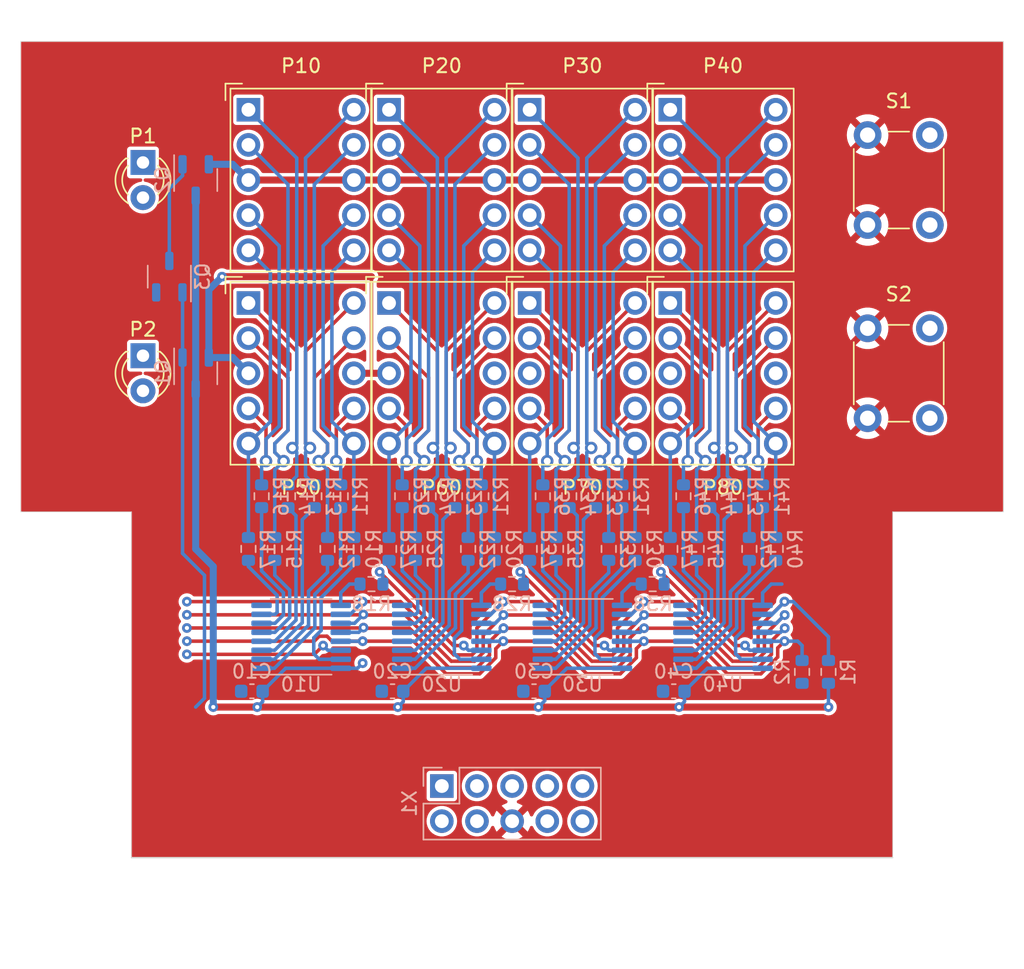
<source format=kicad_pcb>
(kicad_pcb (version 20221018) (generator pcbnew)
  (layers (0 "F.Cu" signal) (31 "B.Cu" signal) (34 "B.Paste" user) (35 "F.Paste" user) (36 "B.SilkS" user "B.Silkscreen") (37 "F.SilkS" user "F.Silkscreen") (38 "B.Mask" user) (39 "F.Mask" user) (44 "Edge.Cuts" user))
  (net 0 "")
  (net 1 "+3.3V")
  (net 2 "GND")
  (net 3 "Net-(P10-F)")
  (net 4 "Net-(P10-G)")
  (net 5 "Net-(P10-E)")
  (net 6 "Net-(P10-D)")
  (net 7 "Net-(P10-DP)")
  (net 8 "Net-(P10-C)")
  (net 9 "Net-(P10-B)")
  (net 10 "Net-(P10-A)")
  (net 11 "Net-(P20-F)")
  (net 12 "Net-(P20-G)")
  (net 13 "Net-(P20-E)")
  (net 14 "Net-(P20-D)")
  (net 15 "Net-(P20-DP)")
  (net 16 "Net-(P20-C)")
  (net 17 "Net-(P20-B)")
  (net 18 "Net-(P20-A)")
  (net 19 "Net-(P30-F)")
  (net 20 "Net-(P30-G)")
  (net 21 "Net-(P30-E)")
  (net 22 "Net-(P30-D)")
  (net 23 "Net-(P30-DP)")
  (net 24 "Net-(P30-C)")
  (net 25 "Net-(P30-B)")
  (net 26 "Net-(P30-A)")
  (net 27 "Net-(P40-F)")
  (net 28 "Net-(P40-G)")
  (net 29 "Net-(P40-E)")
  (net 30 "Net-(P40-D)")
  (net 31 "Net-(P40-DP)")
  (net 32 "Net-(P40-C)")
  (net 33 "Net-(P40-B)")
  (net 34 "Net-(P40-A)")
  (net 35 "/UPPER_CA")
  (net 36 "/LOWER_CA")
  (net 37 "/UPPER{slash}~{LOWER}")
  (net 38 "Net-(Q2-G)")
  (net 39 "/~{OE}")
  (net 40 "Net-(U20-SER)")
  (net 41 "Net-(U30-SER)")
  (net 42 "Net-(U40-SER)")
  (net 43 "/SER")
  (net 44 "/RCLK")
  (net 45 "/SRCLK")
  (net 46 "Net-(U10-QA)")
  (net 47 "Net-(U10-QB)")
  (net 48 "Net-(U10-QC)")
  (net 49 "Net-(U10-QD)")
  (net 50 "Net-(U10-QE)")
  (net 51 "Net-(U10-QF)")
  (net 52 "Net-(U10-QG)")
  (net 53 "Net-(U10-QH)")
  (net 54 "Net-(U20-QA)")
  (net 55 "Net-(U20-QB)")
  (net 56 "Net-(U20-QC)")
  (net 57 "Net-(U20-QD)")
  (net 58 "Net-(U20-QE)")
  (net 59 "Net-(U20-QF)")
  (net 60 "Net-(U20-QG)")
  (net 61 "Net-(U20-QH)")
  (net 62 "Net-(U30-QA)")
  (net 63 "Net-(U30-QB)")
  (net 64 "Net-(U30-QC)")
  (net 65 "Net-(U30-QD)")
  (net 66 "Net-(U30-QE)")
  (net 67 "Net-(U30-QF)")
  (net 68 "Net-(U30-QG)")
  (net 69 "Net-(U30-QH)")
  (net 70 "Net-(U40-QA)")
  (net 71 "Net-(U40-QB)")
  (net 72 "Net-(U40-QC)")
  (net 73 "Net-(U40-QD)")
  (net 74 "Net-(U40-QE)")
  (net 75 "Net-(U40-QF)")
  (net 76 "Net-(U40-QG)")
  (net 77 "Net-(U40-QH)")
  (net 78 "Net-(U10-QH')")
  (net 79 "Net-(U20-QH')")
  (net 80 "Net-(U30-QH')")
  (net 81 "unconnected-(U40-QH'-Pad9)")
  (net 82 "/LED_CV_C")
  (net 83 "/LED_CC_C")
  (net 84 "/LED_CV_A")
  (net 85 "/LED_CC_A")
  (net 86 "/~{S1_PRESSED}")
  (net 87 "/~{S2_PRESSED}")
  (net 88 "/~{SRCLR}")
  (footprint "meterkit:Sx39-1xxxxx" (layer "F.Cu") (at 138.08 71.985)
    (fp_text reference "P70")
    (fp_text value "SA39-11SURKWA")
  )
  (footprint "meterkit:Sx39-1xxxxx" (layer "F.Cu") (at 148.24 58.015)
    (fp_text reference "P40")
    (fp_text value "SA39-11SURKWA")
  )
  (footprint "meterkit:Sx39-1xxxxx" (layer "F.Cu") (at 138.08 58.015)
    (fp_text reference "P30")
    (fp_text value "SA39-11SURKWA")
  )
  (footprint "meterkit:Sx39-1xxxxx" (layer "F.Cu") (at 148.24 71.985)
    (fp_text reference "P80")
    (fp_text value "SA39-11SURKWA")
  )
  (footprint "Button_Switch_THT:SW_PUSH_6mm_H13mm" (layer "F.Cu") (at 163.19 54.765 -90)
    (fp_text reference "S1")
    (fp_text value "SW_Push")
  )
  (footprint "meterkit:Sx39-1xxxxx" (layer "F.Cu") (at 117.76 71.985)
    (fp_text reference "P50")
    (fp_text value "SA39-11SURKWA")
  )
  (footprint "meterkit:Sx39-1xxxxx" (layer "F.Cu") (at 117.76 58.015)
    (fp_text reference "P10")
    (fp_text value "SA39-11SURKWA")
  )
  (footprint "LED_THT:LED_D3.0mm_FlatTop" (layer "F.Cu") (at 106.33 56.745 -90)
    (fp_text reference "P1")
    (fp_text value "CV")
  )
  (footprint "LED_THT:LED_D3.0mm_FlatTop" (layer "F.Cu") (at 106.33 70.715 -90)
    (fp_text reference "P2")
    (fp_text value "CC")
  )
  (footprint "meterkit:Sx39-1xxxxx" (layer "F.Cu") (at 127.92 58.015)
    (fp_text reference "P20")
    (fp_text value "SA39-11SURKWA")
  )
  (footprint "Button_Switch_THT:SW_PUSH_6mm_H13mm" (layer "F.Cu") (at 163.19 68.735 -90)
    (fp_text reference "S2")
    (fp_text value "SW_Push")
  )
  (footprint "meterkit:Sx39-1xxxxx" (layer "F.Cu") (at 127.92 71.985)
    (fp_text reference "P60")
    (fp_text value "SA39-11SURKWA")
  )
  (footprint "Resistor_SMD:R_0603_1608Metric" (layer "B.Cu") (at 147.2875 80.875 90)
    (fp_text reference "R44")
    (fp_text value "R")
  )
  (footprint "Resistor_SMD:R_0603_1608Metric" (layer "B.Cu") (at 137.1275 80.875 90)
    (fp_text reference "R34")
    (fp_text value "R")
  )
  (footprint "Resistor_SMD:R_0603_1608Metric" (layer "B.Cu") (at 135.2225 80.875 90)
    (fp_text reference "R36")
    (fp_text value "R")
  )
  (footprint "Resistor_SMD:R_0603_1608Metric" (layer "B.Cu") (at 119.665 84.685 90)
    (fp_text reference "R12")
    (fp_text value "R")
  )
  (footprint "Resistor_SMD:R_0603_1608Metric" (layer "B.Cu") (at 151.0975 80.875 90)
    (fp_text reference "R41")
    (fp_text value "R")
  )
  (footprint "Resistor_SMD:R_0603_1608Metric" (layer "B.Cu") (at 150.145 84.685 90)
    (fp_text reference "R42")
    (fp_text value "R")
  )
  (footprint "Resistor_SMD:R_0603_1608Metric" (layer "B.Cu") (at 121.57 84.685 90)
    (fp_text reference "R10")
    (fp_text value "R")
  )
  (footprint "Resistor_SMD:R_0603_1608Metric" (layer "B.Cu") (at 152.05 84.685 90)
    (fp_text reference "R40")
    (fp_text value "R")
  )
  (footprint "Resistor_SMD:R_0603_1608Metric" (layer "B.Cu") (at 146.335 84.685 90)
    (fp_text reference "R45")
    (fp_text value "R")
  )
  (footprint "Resistor_SMD:R_0603_1608Metric" (layer "B.Cu") (at 143.16 87.225)
    (fp_text reference "R38")
    (fp_text value "R")
  )
  (footprint "Resistor_SMD:R_0603_1608Metric" (layer "B.Cu") (at 155.86 93.575 90)
    (fp_text reference "R1")
    (fp_text value "10k")
  )
  (footprint "Capacitor_SMD:C_0603_1608Metric" (layer "B.Cu") (at 124.364 94.972 180)
    (fp_text reference "C20")
    (fp_text value "C")
  )
  (footprint "Capacitor_SMD:C_0603_1608Metric" (layer "B.Cu") (at 144.684 94.972 180)
    (fp_text reference "C40")
    (fp_text value "C")
  )
  (footprint "Resistor_SMD:R_0603_1608Metric" (layer "B.Cu") (at 114.9025 80.875 90)
    (fp_text reference "R16")
    (fp_text value "R")
  )
  (footprint "Resistor_SMD:R_0603_1608Metric" (layer "B.Cu") (at 130.7775 80.875 90)
    (fp_text reference "R21")
    (fp_text value "R")
  )
  (footprint "Package_TO_SOT_SMD:SOT-23-3" (layer "B.Cu") (at 110.14 71.985 -90)
    (fp_text reference "Q1")
    (fp_text value "Si2369")
  )
  (footprint "Package_TO_SOT_SMD:SOT-23-3" (layer "B.Cu") (at 110.14 58.015 -90)
    (fp_text reference "Q2")
    (fp_text value "Si2369")
  )
  (footprint "Resistor_SMD:R_0603_1608Metric" (layer "B.Cu") (at 118.7125 80.875 90)
    (fp_text reference "R13")
    (fp_text value "R")
  )
  (footprint "Resistor_SMD:R_0603_1608Metric" (layer "B.Cu") (at 120.6175 80.875 90)
    (fp_text reference "R11")
    (fp_text value "R")
  )
  (footprint "Capacitor_SMD:C_0603_1608Metric" (layer "B.Cu") (at 114.204 94.972 180)
    (fp_text reference "C10")
    (fp_text value "C")
  )
  (footprint "Resistor_SMD:R_0603_1608Metric" (layer "B.Cu") (at 115.855 84.685 90)
    (fp_text reference "R15")
    (fp_text value "R")
  )
  (footprint "Resistor_SMD:R_0603_1608Metric" (layer "B.Cu") (at 134.27 84.685 90)
    (fp_text reference "R37")
    (fp_text value "R")
  )
  (footprint "Resistor_SMD:R_0603_1608Metric" (layer "B.Cu") (at 126.9675 80.875 90)
    (fp_text reference "R24")
    (fp_text value "R")
  )
  (footprint "Connector_PinHeader_2.54mm:PinHeader_2x05_P2.54mm_Vertical" (layer "B.Cu") (at 127.925 101.825 -90)
    (fp_text reference "X1")
    (fp_text value "Conn_02x05_Counter_Clockwise")
  )
  (footprint "Resistor_SMD:R_0603_1608Metric" (layer "B.Cu") (at 129.825 84.685 90)
    (fp_text reference "R22")
    (fp_text value "R")
  )
  (footprint "Resistor_SMD:R_0603_1608Metric" (layer "B.Cu") (at 136.175 84.685 90)
    (fp_text reference "R35")
    (fp_text value "R")
  )
  (footprint "Package_TO_SOT_SMD:SOT-23-3" (layer "B.Cu") (at 108.235 65 90)
    (fp_text reference "Q3")
    (fp_text value "Si2336")
  )
  (footprint "Capacitor_SMD:C_0603_1608Metric" (layer "B.Cu") (at 134.5875 94.972 180)
    (fp_text reference "C30")
    (fp_text value "C")
  )
  (footprint "Resistor_SMD:R_0603_1608Metric" (layer "B.Cu") (at 126.015 84.685 90)
    (fp_text reference "R25")
    (fp_text value "R")
  )
  (footprint "Resistor_SMD:R_0603_1608Metric" (layer "B.Cu") (at 133 87.225)
    (fp_text reference "R28")
    (fp_text value "R")
  )
  (footprint "Resistor_SMD:R_0603_1608Metric" (layer "B.Cu") (at 128.8725 80.875 90)
    (fp_text reference "R23")
    (fp_text value "R")
  )
  (footprint "Package_SO:TSSOP-16_4.4x5mm_P0.65mm" (layer "B.Cu") (at 148.24 91.035)
    (fp_text reference "U40")
    (fp_text value "74LV595APW")
  )
  (footprint "Resistor_SMD:R_0603_1608Metric" (layer "B.Cu") (at 149.1925 80.875 90)
    (fp_text reference "R43")
    (fp_text value "R")
  )
  (footprint "Package_SO:TSSOP-16_4.4x5mm_P0.65mm" (layer "B.Cu") (at 127.92 91.035)
    (fp_text reference "U20")
    (fp_text value "74LV595APW")
  )
  (footprint "Resistor_SMD:R_0603_1608Metric" (layer "B.Cu") (at 145.3825 80.875 90)
    (fp_text reference "R46")
    (fp_text value "R")
  )
  (footprint "Resistor_SMD:R_0603_1608Metric" (layer "B.Cu") (at 141.89 84.685 90)
    (fp_text reference "R30")
    (fp_text value "R")
  )
  (footprint "Package_SO:TSSOP-16_4.4x5mm_P0.65mm" (layer "B.Cu") (at 117.76 91.035)
    (fp_text reference "U10")
    (fp_text value "74LV595APW")
  )
  (footprint "Resistor_SMD:R_0603_1608Metric" (layer "B.Cu") (at 113.95 84.685 90)
    (fp_text reference "R17")
    (fp_text value "R")
  )
  (footprint "Resistor_SMD:R_0603_1608Metric" (layer "B.Cu") (at 140.9375 80.875 90)
    (fp_text reference "R31")
    (fp_text value "R")
  )
  (footprint "Resistor_SMD:R_0603_1608Metric" (layer "B.Cu") (at 139.0325 80.875 90)
    (fp_text reference "R33")
    (fp_text value "R")
  )
  (footprint "Resistor_SMD:R_0603_1608Metric" (layer "B.Cu") (at 122.84 87.225)
    (fp_text reference "R18")
    (fp_text value "R")
  )
  (footprint "Resistor_SMD:R_0603_1608Metric" (layer "B.Cu") (at 125.0625 80.875 90)
    (fp_text reference "R26")
    (fp_text value "R")
  )
  (footprint "Resistor_SMD:R_0603_1608Metric" (layer "B.Cu") (at 139.985 84.685 90)
    (fp_text reference "R32")
    (fp_text value "R")
  )
  (footprint "Resistor_SMD:R_0603_1608Metric" (layer "B.Cu") (at 131.73 84.685 90)
    (fp_text reference "R20")
    (fp_text value "R")
  )
  (footprint "Package_SO:TSSOP-16_4.4x5mm_P0.65mm" (layer "B.Cu") (at 138.08 91.035)
    (fp_text reference "U30")
    (fp_text value "74LV595APW")
  )
  (footprint "Resistor_SMD:R_0603_1608Metric" (layer "B.Cu") (at 153.955 93.575 -90)
    (fp_text reference "R2")
    (fp_text value "10k")
  )
  (footprint "Resistor_SMD:R_0603_1608Metric" (layer "B.Cu") (at 116.8075 80.875 90)
    (fp_text reference "R14")
    (fp_text value "R")
  )
  (footprint "Resistor_SMD:R_0603_1608Metric" (layer "B.Cu") (at 124.11 84.685 90)
    (fp_text reference "R27")
    (fp_text value "R")
  )
  (footprint "Resistor_SMD:R_0603_1608Metric" (layer "B.Cu") (at 144.43 84.685 90)
    (fp_text reference "R47")
    (fp_text value "R")
  )
  (gr_line (start 168.5 48) (end 168.5 82) (stroke (width 0.05)) (layer "Edge.Cuts"))
  (gr_line (start 105.5 107) (end 105.5 82) (stroke (width 0.05)) (layer "Edge.Cuts"))
  (gr_line (start 160.5 107) (end 105.5 107) (stroke (width 0.1)) (layer "Edge.Cuts"))
  (gr_line (start 160.5 107) (end 160.5 82) (stroke (width 0.05)) (layer "Edge.Cuts"))
  (gr_line (start 97.5 82) (end 97.5 48) (stroke (width 0.05)) (layer "Edge.Cuts"))
  (gr_line (start 168.5 82) (end 160.5 82) (stroke (width 0.05)) (layer "Edge.Cuts"))
  (gr_line (start 97.5 48) (end 168.5 48) (stroke (width 0.05)) (layer "Edge.Cuts"))
  (gr_line (start 105.5 82) (end 97.5 82) (stroke (width 0.05)) (layer "Edge.Cuts"))
  (segment (start 111.41 96.115) (end 114.585 96.115) (width 0.508) (layer "F.Cu") (net 1))
  (segment (start 145.065 96.115) (end 155.86 96.115) (width 0.508) (layer "F.Cu") (net 1))
  (segment (start 124.745 96.115) (end 134.905 96.115) (width 0.508) (layer "F.Cu") (net 1))
  (segment (start 134.905 96.115) (end 145.065 96.115) (width 0.508) (layer "F.Cu") (net 1))
  (segment (start 114.585 96.115) (end 124.745 96.115) (width 0.508) (layer "F.Cu") (net 1))
  (via (at 155.86 96.115) (size 0.7) (drill 0.3) (layers "F.Cu" "B.Cu") (net 1))
  (via (at 124.745 96.115) (size 0.7) (drill 0.3) (layers "F.Cu" "B.Cu") (net 1))
  (via (at 122.205 92.94) (size 0.7) (drill 0.3) (layers "F.Cu" "B.Cu") (net 1))
  (via (at 134.905 96.115) (size 0.7) (drill 0.3) (layers "F.Cu" "B.Cu") (net 1))
  (via (at 114.585 96.115) (size 0.7) (drill 0.3) (layers "F.Cu" "B.Cu") (net 1))
  (via (at 145.065 96.115) (size 0.7) (drill 0.3) (layers "F.Cu" "B.Cu") (net 1))
  (via (at 111.41 96.115) (size 0.7) (drill 0.3) (layers "F.Cu" "B.Cu") (net 1))
  (segment (start 125.139 94.972) (end 125.139 95.721) (width 0.254) (layer "B.Cu") (net 1))
  (segment (start 155.86 94.4) (end 155.86 96.115) (width 0.254) (layer "B.Cu") (net 1))
  (segment (start 111.41 85.955) (end 110.14 84.685) (width 0.508) (layer "B.Cu") (net 1))
  (segment (start 151.1025 93.31) (end 147.121 93.31) (width 0.254) (layer "B.Cu") (net 1))
  (segment (start 145.459 95.721) (end 145.459 94.972) (width 0.254) (layer "B.Cu") (net 1))
  (segment (start 116.641 93.31) (end 114.979 94.972) (width 0.254) (layer "B.Cu") (net 1))
  (segment (start 125.139 95.721) (end 124.745 96.115) (width 0.254) (layer "B.Cu") (net 1))
  (segment (start 111.41 96.115) (end 111.41 85.955) (width 0.508) (layer "B.Cu") (net 1))
  (segment (start 130.7825 93.31) (end 126.801 93.31) (width 0.254) (layer "B.Cu") (net 1))
  (segment (start 126.801 93.31) (end 125.139 94.972) (width 0.254) (layer "B.Cu") (net 1))
  (segment (start 147.121 93.31) (end 145.459 94.972) (width 0.254) (layer "B.Cu") (net 1))
  (segment (start 140.9425 93.31) (end 136.961 93.31) (width 0.254) (layer "B.Cu") (net 1))
  (segment (start 135.3625 95.6575) (end 135.3625 94.972) (width 0.254) (layer "B.Cu") (net 1))
  (segment (start 114.979 95.721) (end 114.585 96.115) (width 0.254) (layer "B.Cu") (net 1))
  (segment (start 114.979 94.972) (end 114.979 95.721) (width 0.254) (layer "B.Cu") (net 1))
  (segment (start 120.6225 93.31) (end 121.835 93.31) (width 0.254) (layer "B.Cu") (net 1))
  (segment (start 145.065 96.115) (end 145.459 95.721) (width 0.254) (layer "B.Cu") (net 1))
  (segment (start 134.905 96.115) (end 135.3625 95.6575) (width 0.254) (layer "B.Cu") (net 1))
  (segment (start 136.961 93.31) (end 135.299 94.972) (width 0.254) (layer "B.Cu") (net 1))
  (segment (start 120.6225 93.31) (end 116.641 93.31) (width 0.254) (layer "B.Cu") (net 1))
  (segment (start 121.835 93.31) (end 122.205 92.94) (width 0.254) (layer "B.Cu") (net 1))
  (segment (start 110.14 73.1225) (end 110.14 59.1525) (width 0.508) (layer "B.Cu") (net 1))
  (segment (start 110.14 84.685) (end 110.14 73.1225) (width 0.508) (layer "B.Cu") (net 1))
  (segment (start 116.8075 72.3025) (end 116.8075 76.1125) (width 0.254) (layer "F.Cu") (net 3))
  (segment (start 115.855 77.7) (end 116.49 78.335) (width 0.254) (layer "F.Cu") (net 3))
  (segment (start 116.8075 76.1125) (end 115.855 77.065) (width 0.254) (layer "F.Cu") (net 3))
  (segment (start 113.95 69.445) (end 116.8075 72.3025) (width 0.254) (layer "F.Cu") (net 3))
  (segment (start 115.855 77.065) (end 115.855 77.7) (width 0.254) (layer "F.Cu") (net 3))
  (via (at 116.49 78.335) (size 0.9) (drill 0.5) (layers "F.Cu" "B.Cu") (net 3))
  (segment (start 116.8075 76.1125) (end 115.855 77.065) (width 0.254) (layer "B.Cu") (net 3))
  (segment (start 115.855 77.7) (end 116.49 78.335) (width 0.254) (layer "B.Cu") (net 3))
  (segment (start 115.855 77.065) (end 115.855 77.7) (width 0.254) (layer "B.Cu") (net 3))
  (segment (start 115.855 78.97) (end 116.49 78.335) (width 0.25) (layer "B.Cu") (net 3))
  (segment (start 116.8075 58.3325) (end 116.8075 76.1125) (width 0.254) (layer "B.Cu") (net 3))
  (segment (start 115.855 83.86) (end 115.855 78.97) (width 0.25) (layer "B.Cu") (net 3))
  (segment (start 113.95 55.475) (end 116.8075 58.3325) (width 0.254) (layer "B.Cu") (net 3))
  (segment (start 117.125 77.3825) (end 117.4425 77.065) (width 0.254) (layer "F.Cu") (net 4))
  (segment (start 117.4425 77.065) (end 117.4425 70.3975) (width 0.254) (layer "F.Cu") (net 4))
  (segment (start 117.4425 70.3975) (end 113.95 66.905) (width 0.254) (layer "F.Cu") (net 4))
  (via (at 117.125 77.3825) (size 0.9) (drill 0.5) (layers "F.Cu" "B.Cu") (net 4))
  (segment (start 117.4425 77.7) (end 117.125 77.3825) (width 0.25) (layer "B.Cu") (net 4))
  (segment (start 117.125 77.3825) (end 117.4425 77.065) (width 0.254) (layer "B.Cu") (net 4))
  (segment (start 117.4425 79.415) (end 117.4425 77.7) (width 0.25) (layer "B.Cu") (net 4))
  (segment (start 117.4425 77.065) (end 117.4425 56.4275) (width 0.254) (layer "B.Cu") (net 4))
  (segment (start 116.8075 80.05) (end 117.4425 79.415) (width 0.25) (layer "B.Cu") (net 4))
  (segment (start 117.4425 56.4275) (end 113.95 52.935) (width 0.254) (layer "B.Cu") (net 4))
  (segment (start 115.22 75.795) (end 115.22 78.335) (width 0.254) (layer "F.Cu") (net 5))
  (segment (start 113.95 74.525) (end 115.22 75.795) (width 0.254) (layer "F.Cu") (net 5))
  (via (at 115.22 78.335) (size 0.9) (drill 0.5) (layers "F.Cu" "B.Cu") (net 5))
  (segment (start 116.1725 75.795) (end 115.22 76.7475) (width 0.254) (layer "B.Cu") (net 5))
  (segment (start 114.9025 78.6525) (end 115.22 78.335) (width 0.25) (layer "B.Cu") (net 5))
  (segment (start 115.22 76.7475) (end 115.22 78.335) (width 0.254) (layer "B.Cu") (net 5))
  (segment (start 113.95 60.555) (end 116.1725 62.7775) (width 0.254) (layer "B.Cu") (net 5))
  (segment (start 114.9025 80.05) (end 114.9025 78.6525) (width 0.25) (layer "B.Cu") (net 5))
  (segment (start 116.1725 62.7775) (end 116.1725 75.795) (width 0.254) (layer "B.Cu") (net 5))
  (segment (start 115.5375 64.6825) (end 115.5375 75.4775) (width 0.254) (layer "B.Cu") (net 6))
  (segment (start 115.5375 75.4775) (end 113.95 77.065) (width 0.254) (layer "B.Cu") (net 6))
  (segment (start 113.95 83.86) (end 113.95 77.065) (width 0.254) (layer "B.Cu") (net 6))
  (segment (start 113.95 63.095) (end 115.5375 64.6825) (width 0.254) (layer "B.Cu") (net 6))
  (segment (start 119.9825 75.4775) (end 121.57 77.065) (width 0.254) (layer "B.Cu") (net 7))
  (segment (start 119.9825 64.6825) (end 119.9825 75.4775) (width 0.254) (layer "B.Cu") (net 7))
  (segment (start 121.57 83.86) (end 121.57 77.065) (width 0.254) (layer "B.Cu") (net 7))
  (segment (start 121.57 63.095) (end 119.9825 64.6825) (width 0.254) (layer "B.Cu") (net 7))
  (segment (start 121.57 74.525) (end 120.3 75.795) (width 0.254) (layer "F.Cu") (net 8))
  (segment (start 120.3 75.795) (end 120.3 78.335) (width 0.254) (layer "F.Cu") (net 8))
  (via (at 120.3 78.335) (size 0.9) (drill 0.5) (layers "F.Cu" "B.Cu") (net 8))
  (segment (start 119.3475 62.7775) (end 119.3475 75.787948) (width 0.254) (layer "B.Cu") (net 8))
  (segment (start 120.6175 78.6525) (end 120.3 78.335) (width 0.25) (layer "B.Cu") (net 8))
  (segment (start 119.3475 75.787948) (end 120.3 76.740448) (width 0.254) (layer "B.Cu") (net 8))
  (segment (start 120.3 76.740448) (end 120.3 78.335) (width 0.254) (layer "B.Cu") (net 8))
  (segment (start 121.57 60.555) (end 119.3475 62.7775) (width 0.254) (layer "B.Cu") (net 8))
  (segment (start 120.6175 80.05) (end 120.6175 78.6525) (width 0.25) (layer "B.Cu") (net 8))
  (segment (start 119.665 77.065) (end 119.665 77.7) (width 0.254) (layer "F.Cu") (net 9))
  (segment (start 118.7125 72.3025) (end 118.7125 76.1125) (width 0.254) (layer "F.Cu") (net 9))
  (segment (start 118.7125 76.1125) (end 119.665 77.065) (width 0.254) (layer "F.Cu") (net 9))
  (segment (start 119.665 77.7) (end 119.03 78.335) (width 0.254) (layer "F.Cu") (net 9))
  (segment (start 121.57 69.445) (end 118.7125 72.3025) (width 0.254) (layer "F.Cu") (net 9))
  (via (at 119.03 78.335) (size 0.9) (drill 0.5) (layers "F.Cu" "B.Cu") (net 9))
  (segment (start 119.665 77.065) (end 119.665 77.7) (width 0.254) (layer "B.Cu") (net 9))
  (segment (start 119.665 83.86) (end 119.665 78.97) (width 0.25) (layer "B.Cu") (net 9))
  (segment (start 118.7125 58.3325) (end 118.7125 76.1125) (width 0.254) (layer "B.Cu") (net 9))
  (segment (start 121.57 55.475) (end 118.7125 58.3325) (width 0.254) (layer "B.Cu") (net 9))
  (segment (start 119.665 77.7) (end 119.03 78.335) (width 0.254) (layer "B.Cu") (net 9))
  (segment (start 119.665 78.97) (end 119.03 78.335) (width 0.25) (layer "B.Cu") (net 9))
  (segment (start 118.7125 76.1125) (end 119.665 77.065) (width 0.254) (layer "B.Cu") (net 9))
  (segment (start 118.0775 70.3975) (end 121.57 66.905) (width 0.254) (layer "F.Cu") (net 10))
  (segment (start 118.0775 77.065) (end 118.0775 70.3975) (width 0.254) (layer "F.Cu") (net 10))
  (segment (start 118.395 77.3825) (end 118.0775 77.065) (width 0.254) (layer "F.Cu") (net 10))
  (via (at 118.395 77.3825) (size 0.9) (drill 0.5) (layers "F.Cu" "B.Cu") (net 10))
  (segment (start 118.0775 77.7) (end 118.395 77.3825) (width 0.25) (layer "B.Cu") (net 10))
  (segment (start 118.0775 77.065) (end 118.0775 56.4275) (width 0.254) (layer "B.Cu") (net 10))
  (segment (start 118.0775 79.415) (end 118.0775 77.7) (width 0.25) (layer "B.Cu") (net 10))
  (segment (start 118.395 77.3825) (end 118.0775 77.065) (width 0.254) (layer "B.Cu") (net 10))
  (segment (start 118.7125 80.05) (end 118.0775 79.415) (width 0.25) (layer "B.Cu") (net 10))
  (segment (start 118.0775 56.4275) (end 121.57 52.935) (width 0.254) (layer "B.Cu") (net 10))
  (segment (start 124.11 69.445) (end 126.9675 72.3025) (width 0.254) (layer "F.Cu") (net 11))
  (segment (start 126.9675 72.3025) (end 126.9675 76.1125) (width 0.254) (layer "F.Cu") (net 11))
  (segment (start 126.015 77.065) (end 126.015 77.7) (width 0.254) (layer "F.Cu") (net 11))
  (segment (start 126.9675 76.1125) (end 126.015 77.065) (width 0.254) (layer "F.Cu") (net 11))
  (segment (start 126.015 77.7) (end 126.65 78.335) (width 0.254) (layer "F.Cu") (net 11))
  (via (at 126.65 78.335) (size 0.9) (drill 0.5) (layers "F.Cu" "B.Cu") (net 11))
  (segment (start 126.015 77.065) (end 126.015 77.7) (width 0.254) (layer "B.Cu") (net 11))
  (segment (start 126.015 78.97) (end 126.65 78.335) (width 0.25) (layer "B.Cu") (net 11))
  (segment (start 126.015 83.86) (end 126.015 78.97) (width 0.25) (layer "B.Cu") (net 11))
  (segment (start 126.015 77.7) (end 126.65 78.335) (width 0.254) (layer "B.Cu") (net 11))
  (segment (start 126.9675 58.3325) (end 126.9675 76.1125) (width 0.254) (layer "B.Cu") (net 11))
  (segment (start 126.9675 76.1125) (end 126.015 77.065) (width 0.254) (layer "B.Cu") (net 11))
  (segment (start 124.11 55.475) (end 126.9675 58.3325) (width 0.254) (layer "B.Cu") (net 11))
  (segment (start 127.6025 70.3975) (end 124.11 66.905) (width 0.254) (layer "F.Cu") (net 12))
  (segment (start 127.6025 77.065) (end 127.6025 70.3975) (width 0.254) (layer "F.Cu") (net 12))
  (segment (start 127.285 77.3825) (end 127.6025 77.065) (width 0.254) (layer "F.Cu") (net 12))
  (via (at 127.285 77.3825) (size 0.9) (drill 0.5) (layers "F.Cu" "B.Cu") (net 12))
  (segment (start 127.285 77.3825) (end 127.6025 77.065) (width 0.254) (layer "B.Cu") (net 12))
  (segment (start 127.6025 77.065) (end 127.6025 56.4275) (width 0.254) (layer "B.Cu") (net 12))
  (segment (start 126.9675 80.05) (end 127.6025 79.415) (width 0.25) (layer "B.Cu") (net 12))
  (segment (start 127.6025 56.4275) (end 124.11 52.935) (width 0.254) (layer "B.Cu") (net 12))
  (segment (start 127.6025 77.7) (end 127.285 77.3825) (width 0.25) (layer "B.Cu") (net 12))
  (segment (start 127.6025 79.415) (end 127.6025 77.7) (width 0.25) (layer "B.Cu") (net 12))
  (segment (start 124.11 74.525) (end 125.38 75.795) (width 0.254) (layer "F.Cu") (net 13))
  (segment (start 125.38 75.795) (end 125.38 78.335) (width 0.254) (layer "F.Cu") (net 13))
  (via (at 125.38 78.335) (size 0.9) (drill 0.5) (layers "F.Cu" "B.Cu") (net 13))
  (segment (start 125.0625 78.6525) (end 125.38 78.335) (width 0.25) (layer "B.Cu") (net 13))
  (segment (start 125.38 76.7475) (end 125.38 78.335) (width 0.254) (layer "B.Cu") (net 13))
  (segment (start 126.3325 62.7775) (end 126.3325 75.795) (width 0.254) (layer "B.Cu") (net 13))
  (segment (start 126.3325 75.795) (end 125.38 76.7475) (width 0.254) (layer "B.Cu") (net 13))
  (segment (start 124.11 60.555) (end 126.3325 62.7775) (width 0.254) (layer "B.Cu") (net 13))
  (segment (start 125.0625 80.05) (end 125.0625 78.6525) (width 0.25) (layer "B.Cu") (net 13))
  (segment (start 124.11 63.095) (end 125.6975 64.6825) (width 0.254) (layer "B.Cu") (net 14))
  (segment (start 124.11 83.86) (end 124.11 77.065) (width 0.254) (layer "B.Cu") (net 14))
  (segment (start 125.6975 75.4775) (end 124.11 77.065) (width 0.254) (layer "B.Cu") (net 14))
  (segment (start 125.6975 64.6825) (end 125.6975 75.4775) (width 0.254) (layer "B.Cu") (net 14))
  (segment (start 131.73 83.86) (end 131.73 77.065) (width 0.254) (layer "B.Cu") (net 15))
  (segment (start 130.1425 64.6825) (end 130.1425 75.4775) (width 0.254) (layer "B.Cu") (net 15))
  (segment (start 131.73 63.095) (end 130.1425 64.6825) (width 0.254) (layer "B.Cu") (net 15))
  (segment (start 130.1425 75.4775) (end 131.73 77.065) (width 0.254) (layer "B.Cu") (net 15))
  (segment (start 130.46 75.795) (end 130.46 78.335) (width 0.254) (layer "F.Cu") (net 16))
  (segment (start 131.73 74.525) (end 130.46 75.795) (width 0.254) (layer "F.Cu") (net 16))
  (via (at 130.46 78.335) (size 0.9) (drill 0.5) (layers "F.Cu" "B.Cu") (net 16))
  (segment (start 130.7775 80.05) (end 130.7775 78.6525) (width 0.25) (layer "B.Cu") (net 16))
  (segment (start 129.5075 75.787948) (end 130.46 76.740448) (width 0.254) (layer "B.Cu") (net 16))
  (segment (start 130.46 76.740448) (end 130.46 78.335) (width 0.254) (layer "B.Cu") (net 16))
  (segment (start 130.7775 78.6525) (end 130.46 78.335) (width 0.25) (layer "B.Cu") (net 16))
  (segment (start 129.5075 62.7775) (end 129.5075 75.787948) (width 0.254) (layer "B.Cu") (net 16))
  (segment (start 131.73 60.555) (end 129.5075 62.7775) (width 0.254) (layer "B.Cu") (net 16))
  (segment (start 131.73 69.445) (end 128.8725 72.3025) (width 0.254) (layer "F.Cu") (net 17))
  (segment (start 129.825 77.065) (end 129.825 77.7) (width 0.254) (layer "F.Cu") (net 17))
  (segment (start 128.8725 76.1125) (end 129.825 77.065) (width 0.254) (layer "F.Cu") (net 17))
  (segment (start 129.825 77.7) (end 129.19 78.335) (width 0.254) (layer "F.Cu") (net 17))
  (segment (start 128.8725 72.3025) (end 128.8725 76.1125) (width 0.254) (layer "F.Cu") (net 17))
  (via (at 129.19 78.335) (size 0.9) (drill 0.5) (layers "F.Cu" "B.Cu") (net 17))
  (segment (start 129.825 83.86) (end 129.825 78.97) (width 0.25) (layer "B.Cu") (net 17))
  (segment (start 129.825 77.065) (end 129.825 77.7) (width 0.254) (layer "B.Cu") (net 17))
  (segment (start 129.825 78.97) (end 129.19 78.335) (width 0.25) (layer "B.Cu") (net 17))
  (segment (start 131.73 55.475) (end 128.8725 58.3325) (width 0.254) (layer "B.Cu") (net 17))
  (segment (start 128.8725 76.1125) (end 129.825 77.065) (width 0.254) (layer "B.Cu") (net 17))
  (segment (start 128.8725 58.3325) (end 128.8725 76.1125) (width 0.254) (layer "B.Cu") (net 17))
  (segment (start 129.825 77.7) (end 129.19 78.335) (width 0.254) (layer "B.Cu") (net 17))
  (segment (start 128.2375 70.3975) (end 131.73 66.905) (width 0.254) (layer "F.Cu") (net 18))
  (segment (start 128.2375 77.065) (end 128.2375 70.3975) (width 0.254) (layer "F.Cu") (net 18))
  (segment (start 128.555 77.3825) (end 128.2375 77.065) (width 0.254) (layer "F.Cu") (net 18))
  (via (at 128.555 77.3825) (size 0.9) (drill 0.5) (layers "F.Cu" "B.Cu") (net 18))
  (segment (start 128.2375 77.065) (end 128.2375 56.4275) (width 0.254) (layer "B.Cu") (net 18))
  (segment (start 128.2375 56.4275) (end 131.73 52.935) (width 0.254) (layer "B.Cu") (net 18))
  (segment (start 128.8725 80.05) (end 128.2375 79.415) (width 0.25) (layer "B.Cu") (net 18))
  (segment (start 128.2375 77.7) (end 128.555 77.3825) (width 0.25) (layer "B.Cu") (net 18))
  (segment (start 128.2375 79.415) (end 128.2375 77.7) (width 0.25) (layer "B.Cu") (net 18))
  (segment (start 128.555 77.3825) (end 128.2375 77.065) (width 0.254) (layer "B.Cu") (net 18))
  (segment (start 137.1275 76.1125) (end 136.175 77.065) (width 0.254) (layer "F.Cu") (net 19))
  (segment (start 137.1275 72.3025) (end 137.1275 76.1125) (width 0.254) (layer "F.Cu") (net 19))
  (segment (start 136.175 77.065) (end 136.175 77.7) (width 0.254) (layer "F.Cu") (net 19))
  (segment (start 136.175 77.7) (end 136.81 78.335) (width 0.254) (layer "F.Cu") (net 19))
  (segment (start 134.27 69.445) (end 137.1275 72.3025) (width 0.254) (layer "F.Cu") (net 19))
  (via (at 136.81 78.335) (size 0.9) (drill 0.5) (layers "F.Cu" "B.Cu") (net 19))
  (segment (start 137.1275 76.1125) (end 136.175 77.065) (width 0.254) (layer "B.Cu") (net 19))
  (segment (start 136.175 78.97) (end 136.81 78.335) (width 0.25) (layer "B.Cu") (net 19))
  (segment (start 136.175 77.7) (end 136.81 78.335) (width 0.254) (layer "B.Cu") (net 19))
  (segment (start 137.1275 58.3325) (end 137.1275 76.1125) (width 0.254) (layer "B.Cu") (net 19))
  (segment (start 136.175 83.86) (end 136.175 78.97) (width 0.25) (layer "B.Cu") (net 19))
  (segment (start 136.175 77.065) (end 136.175 77.7) (width 0.254) (layer "B.Cu") (net 19))
  (segment (start 134.27 55.475) (end 137.1275 58.3325) (width 0.254) (layer "B.Cu") (net 19))
  (segment (start 137.445 77.3825) (end 137.7625 77.065) (width 0.254) (layer "F.Cu") (net 20))
  (segment (start 137.7625 70.3975) (end 134.27 66.905) (width 0.254) (layer "F.Cu") (net 20))
  (segment (start 137.7625 77.065) (end 137.7625 70.3975) (width 0.254) (layer "F.Cu") (net 20))
  (via (at 137.445 77.3825) (size 0.9) (drill 0.5) (layers "F.Cu" "B.Cu") (net 20))
  (segment (start 137.7625 77.7) (end 137.445 77.3825) (width 0.25) (layer "B.Cu") (net 20))
  (segment (start 137.7625 77.065) (end 137.7625 56.4275) (width 0.254) (layer "B.Cu") (net 20))
  (segment (start 137.7625 79.415) (end 137.7625 77.7) (width 0.25) (layer "B.Cu") (net 20))
  (segment (start 137.445 77.3825) (end 137.7625 77.065) (width 0.254) (layer "B.Cu") (net 20))
  (segment (start 137.1275 80.05) (end 137.7625 79.415) (width 0.25) (layer "B.Cu") (net 20))
  (segment (start 137.7625 56.4275) (end 134.27 52.935) (width 0.254) (layer "B.Cu") (net 20))
  (segment (start 135.54 75.795) (end 135.54 78.335) (width 0.254) (layer "F.Cu") (net 21))
  (segment (start 134.27 74.525) (end 135.54 75.795) (width 0.254) (layer "F.Cu") (net 21))
  (via (at 135.54 78.335) (size 0.9) (drill 0.5) (layers "F.Cu" "B.Cu") (net 21))
  (segment (start 135.54 76.7475) (end 135.54 78.335) (width 0.254) (layer "B.Cu") (net 21))
  (segment (start 134.27 60.555) (end 136.4925 62.7775) (width 0.254) (layer "B.Cu") (net 21))
  (segment (start 135.2225 80.05) (end 135.2225 78.6525) (width 0.25) (layer "B.Cu") (net 21))
  (segment (start 136.4925 62.7775) (end 136.4925 75.795) (width 0.254) (layer "B.Cu") (net 21))
  (segment (start 135.2225 78.6525) (end 135.54 78.335) (width 0.25) (layer "B.Cu") (net 21))
  (segment (start 136.4925 75.795) (end 135.54 76.7475) (width 0.254) (layer "B.Cu") (net 21))
  (segment (start 135.8575 64.6825) (end 135.8575 75.4775) (width 0.254) (layer "B.Cu") (net 22))
  (segment (start 134.27 83.86) (end 134.27 77.065) (width 0.254) (layer "B.Cu") (net 22))
  (segment (start 135.8575 75.4775) (end 134.27 77.065) (width 0.254) (layer "B.Cu") (net 22))
  (segment (start 134.27 63.095) (end 135.8575 64.6825) (width 0.254) (layer "B.Cu") (net 22))
  (segment (start 141.89 63.095) (end 140.3025 64.6825) (width 0.254) (layer "B.Cu") (net 23))
  (segment (start 140.3025 64.6825) (end 140.3025 75.4775) (width 0.254) (layer "B.Cu") (net 23))
  (segment (start 140.3025 75.4775) (end 141.89 77.065) (width 0.254) (layer "B.Cu") (net 23))
  (segment (start 141.89 83.86) (end 141.89 77.065) (width 0.254) (layer "B.Cu") (net 23))
  (segment (start 140.62 75.795) (end 140.62 78.335) (width 0.254) (layer "F.Cu") (net 24))
  (segment (start 141.89 74.525) (end 140.62 75.795) (width 0.254) (layer "F.Cu") (net 24))
  (via (at 140.62 78.335) (size 0.9) (drill 0.5) (layers "F.Cu" "B.Cu") (net 24))
  (segment (start 140.9375 78.6525) (end 140.62 78.335) (width 0.25) (layer "B.Cu") (net 24))
  (segment (start 140.9375 80.05) (end 140.9375 78.6525) (width 0.25) (layer "B.Cu") (net 24))
  (segment (start 140.62 76.740448) (end 140.62 78.335) (width 0.254) (layer "B.Cu") (net 24))
  (segment (start 141.89 60.555) (end 139.6675 62.7775) (width 0.254) (layer "B.Cu") (net 24))
  (segment (start 139.6675 62.7775) (end 139.6675 75.787948) (width 0.254) (layer "B.Cu") (net 24))
  (segment (start 139.6675 75.787948) (end 140.62 76.740448) (width 0.254) (layer "B.Cu") (net 24))
  (segment (start 139.985 77.065) (end 139.985 77.7) (width 0.254) (layer "F.Cu") (net 25))
  (segment (start 139.985 77.7) (end 139.35 78.335) (width 0.254) (layer "F.Cu") (net 25))
  (segment (start 141.89 69.445) (end 139.0325 72.3025) (width 0.254) (layer "F.Cu") (net 25))
  (segment (start 139.0325 72.3025) (end 139.0325 76.1125) (width 0.254) (layer "F.Cu") (net 25))
  (segment (start 139.0325 76.1125) (end 139.985 77.065) (width 0.254) (layer "F.Cu") (net 25))
  (via (at 139.35 78.335) (size 0.9) (drill 0.5) (layers "F.Cu" "B.Cu") (net 25))
  (segment (start 141.89 55.475) (end 139.0325 58.3325) (width 0.254) (layer "B.Cu") (net 25))
  (segment (start 139.0325 58.3325) (end 139.0325 76.1125) (width 0.254) (layer "B.Cu") (net 25))
  (segment (start 139.985 78.97) (end 139.35 78.335) (width 0.25) (layer "B.Cu") (net 25))
  (segment (start 139.0325 76.1125) (end 139.985 77.065) (width 0.254) (layer "B.Cu") (net 25))
  (segment (start 139.985 77.7) (end 139.35 78.335) (width 0.254) (layer "B.Cu") (net 25))
  (segment (start 139.985 83.86) (end 139.985 78.97) (width 0.25) (layer "B.Cu") (net 25))
  (segment (start 139.985 77.065) (end 139.985 77.7) (width 0.254) (layer "B.Cu") (net 25))
  (segment (start 138.3975 77.065) (end 138.3975 70.3975) (width 0.254) (layer "F.Cu") (net 26))
  (segment (start 138.715 77.3825) (end 138.3975 77.065) (width 0.254) (layer "F.Cu") (net 26))
  (segment (start 138.3975 70.3975) (end 141.89 66.905) (width 0.254) (layer "F.Cu") (net 26))
  (via (at 138.715 77.3825) (size 0.9) (drill 0.5) (layers "F.Cu" "B.Cu") (net 26))
  (segment (start 138.3975 56.4275) (end 141.89 52.935) (width 0.254) (layer "B.Cu") (net 26))
  (segment (start 138.715 77.3825) (end 138.3975 77.065) (width 0.254) (layer "B.Cu") (net 26))
  (segment (start 138.3975 77.7) (end 138.715 77.3825) (width 0.25) (layer "B.Cu") (net 26))
  (segment (start 138.3975 77.065) (end 138.3975 56.4275) (width 0.254) (layer "B.Cu") (net 26))
  (segment (start 139.0325 80.05) (end 138.3975 79.415) (width 0.25) (layer "B.Cu") (net 26))
  (segment (start 138.3975 79.415) (end 138.3975 77.7) (width 0.25) (layer "B.Cu") (net 26))
  (segment (start 146.335 77.7) (end 146.97 78.335) (width 0.254) (layer "F.Cu") (net 27))
  (segment (start 147.2875 76.1125) (end 146.335 77.065) (width 0.254) (layer "F.Cu") (net 27))
  (segment (start 144.43 69.445) (end 147.2875 72.3025) (width 0.254) (layer "F.Cu") (net 27))
  (segment (start 147.2875 72.3025) (end 147.2875 76.1125) (width 0.254) (layer "F.Cu") (net 27))
  (segment (start 146.335 77.065) (end 146.335 77.7) (width 0.254) (layer "F.Cu") (net 27))
  (via (at 146.97 78.335) (size 0.9) (drill 0.5) (layers "F.Cu" "B.Cu") (net 27))
  (segment (start 144.43 55.475) (end 147.2875 58.3325) (width 0.254) (layer "B.Cu") (net 27))
  (segment (start 146.335 78.97) (end 146.97 78.335) (width 0.25) (layer "B.Cu") (net 27))
  (segment (start 146.335 83.86) (end 146.335 78.97) (width 0.25) (layer "B.Cu") (net 27))
  (segment (start 146.335 77.065) (end 146.335 77.7) (width 0.254) (layer "B.Cu") (net 27))
  (segment (start 147.2875 76.1125) (end 146.335 77.065) (width 0.254) (layer "B.Cu") (net 27))
  (segment (start 146.335 77.7) (end 146.97 78.335) (width 0.254) (layer "B.Cu") (net 27))
  (segment (start 147.2875 58.3325) (end 147.2875 76.1125) (width 0.254) (layer "B.Cu") (net 27))
  (segment (start 147.605 77.3825) (end 147.9225 77.065) (width 0.254) (layer "F.Cu") (net 28))
  (segment (start 147.9225 70.3975) (end 144.43 66.905) (width 0.254) (layer "F.Cu") (net 28))
  (segment (start 147.9225 77.065) (end 147.9225 70.3975) (width 0.254) (layer "F.Cu") (net 28))
  (via (at 147.605 77.3825) (size 0.9) (drill 0.5) (layers "F.Cu" "B.Cu") (net 28))
  (segment (start 147.605 77.3825) (end 147.9225 77.065) (width 0.254) (layer "B.Cu") (net 28))
  (segment (start 147.2875 80.05) (end 147.9225 79.415) (width 0.25) (layer "B.Cu") (net 28))
  (segment (start 147.9225 77.7) (end 147.605 77.3825) (width 0.25) (layer "B.Cu") (net 28))
  (segment (start 147.9225 77.065) (end 147.9225 56.4275) (width 0.254) (layer "B.Cu") (net 28))
  (segment (start 147.9225 56.4275) (end 144.43 52.935) (width 0.254) (layer "B.Cu") (net 28))
  (segment (start 147.9225 79.415) (end 147.9225 77.7) (width 0.25) (layer "B.Cu") (net 28))
  (segment (start 145.7 75.795) (end 145.7 78.335) (width 0.254) (layer "F.Cu") (net 29))
  (segment (start 144.43 74.525) (end 145.7 75.795) (width 0.254) (layer "F.Cu") (net 29))
  (via (at 145.7 78.335) (size 0.9) (drill 0.5) (layers "F.Cu" "B.Cu") (net 29))
  (segment (start 145.7 76.7475) (end 145.7 78.335) (width 0.254) (layer "B.Cu") (net 29))
  (segment (start 145.3825 80.05) (end 145.3825 78.6525) (width 0.25) (layer "B.Cu") (net 29))
  (segment (start 144.43 60.555) (end 146.6525 62.7775) (width 0.254) (layer "B.Cu") (net 29))
  (segment (start 146.6525 75.795) (end 145.7 76.7475) (width 0.254) (layer "B.Cu") (net 29))
  (segment (start 146.6525 62.7775) (end 146.6525 75.795) (width 0.254) (layer "B.Cu") (net 29))
  (segment (start 145.3825 78.6525) (end 145.7 78.335) (width 0.25) (layer "B.Cu") (net 29))
  (segment (start 146.0175 64.6825) (end 146.0175 75.4775) (width 0.254) (layer "B.Cu") (net 30))
  (segment (start 144.43 63.095) (end 146.0175 64.6825) (width 0.254) (layer "B.Cu") (net 30))
  (segment (start 144.43 83.86) (end 144.43 77.065) (width 0.254) (layer "B.Cu") (net 30))
  (segment (start 146.0175 75.4775) (end 144.43 77.065) (width 0.254) (layer "B.Cu") (net 30))
  (segment (start 152.05 63.095) (end 150.4625 64.6825) (width 0.254) (layer "B.Cu") (net 31))
  (segment (start 150.4625 64.6825) (end 150.4625 75.4775) (width 0.254) (layer "B.Cu") (net 31))
  (segment (start 150.4625 75.4775) (end 152.05 77.065) (width 0.254) (layer "B.Cu") (net 31))
  (segment (start 152.05 83.86) (end 152.05 77.065) (width 0.254) (layer "B.Cu") (net 31))
  (segment (start 150.78 75.795) (end 150.78 78.335) (width 0.254) (layer "F.Cu") (net 32))
  (segment (start 152.05 74.525) (end 150.78 75.795) (width 0.254) (layer "F.Cu") (net 32))
  (via (at 150.78 78.335) (size 0.9) (drill 0.5) (layers "F.Cu" "B.Cu") (net 32))
  (segment (start 151.0975 80.05) (end 151.0975 78.6525) (width 0.25) (layer "B.Cu") (net 32))
  (segment (start 151.0975 78.6525) (end 150.78 78.335) (width 0.25) (layer "B.Cu") (net 32))
  (segment (start 150.78 76.740448) (end 150.78 78.335) (width 0.254) (layer "B.Cu") (net 32))
  (segment (start 152.05 60.555) (end 149.8275 62.7775) (width 0.254) (layer "B.Cu") (net 32))
  (segment (start 149.8275 62.7775) (end 149.8275 75.787948) (width 0.254) (layer "B.Cu") (net 32))
  (segment (start 149.8275 75.787948) (end 150.78 76.740448) (width 0.254) (layer "B.Cu") (net 32))
  (segment (start 152.05 69.445) (end 149.1925 72.3025) (width 0.254) (layer "F.Cu") (net 33))
  (segment (start 149.1925 72.3025) (end 149.1925 76.1125) (width 0.254) (layer "F.Cu") (net 33))
  (segment (start 150.145 77.7) (end 149.51 78.335) (width 0.254) (layer "F.Cu") (net 33))
  (segment (start 150.145 77.065) (end 150.145 77.7) (width 0.254) (layer "F.Cu") (net 33))
  (segment (start 149.1925 76.1125) (end 150.145 77.065) (width 0.254) (layer "F.Cu") (net 33))
  (via (at 149.51 78.335) (size 0.9) (drill 0.5) (layers "F.Cu" "B.Cu") (net 33))
  (segment (start 150.145 78.97) (end 149.51 78.335) (width 0.25) (layer "B.Cu") (net 33))
  (segment (start 150.145 83.86) (end 150.145 78.97) (width 0.25) (layer "B.Cu") (net 33))
  (segment (start 150.145 77.065) (end 150.145 77.7) (width 0.254) (layer "B.Cu") (net 33))
  (segment (start 149.1925 58.3325) (end 149.1925 76.1125) (width 0.254) (layer "B.Cu") (net 33))
  (segment (start 152.05 55.475) (end 149.1925 58.3325) (width 0.254) (layer "B.Cu") (net 33))
  (segment (start 150.145 77.7) (end 149.51 78.335) (width 0.254) (layer "B.Cu") (net 33))
  (segment (start 149.1925 76.1125) (end 150.145 77.065) (width 0.254) (layer "B.Cu") (net 33))
  (segment (start 148.5575 77.065) (end 148.5575 70.3975) (width 0.254) (layer "F.Cu") (net 34))
  (segment (start 148.875 77.3825) (end 148.5575 77.065) (width 0.254) (layer "F.Cu") (net 34))
  (segment (start 148.5575 70.3975) (end 152.05 66.905) (width 0.254) (layer "F.Cu") (net 34))
  (via (at 148.875 77.3825) (size 0.9) (drill 0.5) (layers "F.Cu" "B.Cu") (net 34))
  (segment (start 148.5575 56.4275) (end 152.05 52.935) (width 0.254) (layer "B.Cu") (net 34))
  (segment (start 149.1925 80.05) (end 148.5575 79.415) (width 0.25) (layer "B.Cu") (net 34))
  (segment (start 148.5575 77.7) (end 148.875 77.3825) (width 0.25) (layer "B.Cu") (net 34))
  (segment (start 148.875 77.3825) (end 148.5575 77.065) (width 0.254) (layer "B.Cu") (net 34))
  (segment (start 148.5575 77.065) (end 148.5575 56.4275) (width 0.254) (layer "B.Cu") (net 34))
  (segment (start 148.5575 79.415) (end 148.5575 77.7) (width 0.25) (layer "B.Cu") (net 34))
  (segment (start 113.95 58.015) (end 152.05 58.015) (width 0.508) (layer "F.Cu") (net 35))
  (segment (start 111.09 56.8775) (end 112.8125 56.8775) (width 0.508) (layer "B.Cu") (net 35))
  (segment (start 112.8125 56.8775) (end 113.95 58.015) (width 0.508) (layer "B.Cu") (net 35))
  (segment (start 122.84 71.985) (end 124.11 71.985) (width 0.508) (layer "F.Cu") (net 36))
  (segment (start 121.57 71.985) (end 122.84 71.985) (width 0.508) (layer "F.Cu") (net 36))
  (segment (start 122.84 65) (end 112.045 65) (width 0.508) (layer "F.Cu") (net 36))
  (segment (start 122.84 71.985) (end 122.84 65) (width 0.254) (layer "F.Cu") (net 36))
  (via (at 112.045 65) (size 0.7) (drill 0.3) (layers "F.Cu" "B.Cu") (net 36))
  (segment (start 111.09 65.955) (end 112.045 65) (width 0.508) (layer "B.Cu") (net 36))
  (segment (start 112.8125 70.8475) (end 113.95 71.985) (width 0.508) (layer "B.Cu") (net 36))
  (segment (start 111.09 70.8475) (end 111.09 65.955) (width 0.508) (layer "B.Cu") (net 36))
  (segment (start 111.09 70.8475) (end 112.8125 70.8475) (width 0.508) (layer "B.Cu") (net 36))
  (segment (start 109.19 70.8475) (end 109.19 85.005) (width 0.254) (layer "B.Cu") (net 37))
  (segment (start 109.19 85.005) (end 110.775 86.59) (width 0.254) (layer "B.Cu") (net 37))
  (segment (start 110.775 86.59) (end 110.775 95.48) (width 0.254) (layer "B.Cu") (net 37))
  (segment (start 109.19 70.8475) (end 109.19 66.1425) (width 0.254) (layer "B.Cu") (net 37))
  (segment (start 109.19 66.1425) (end 109.185 66.1375) (width 0.254) (layer "B.Cu") (net 37))
  (segment (start 110.775 95.48) (end 110.14 96.115) (width 0.254) (layer "B.Cu") (net 37))
  (segment (start 108.235 58.65) (end 108.235 63.8625) (width 0.254) (layer "B.Cu") (net 38))
  (segment (start 109.19 56.8775) (end 109.19 57.695) (width 0.254) (layer "B.Cu") (net 38))
  (segment (start 109.19 57.695) (end 108.235 58.65) (width 0.254) (layer "B.Cu") (net 38))
  (segment (start 141.982 92.551656) (end 141.982 91.8955) (width 0.254) (layer "F.Cu") (net 39))
  (segment (start 138.390484 93.709) (end 140.824656 93.709) (width 0.254) (layer "F.Cu") (net 39))
  (segment (start 152.193923 91.843577) (end 152.685 91.3525) (width 0.254) (layer "F.Cu") (net 39))
  (segment (start 125.873987 91.3525) (end 128.230486 93.709) (width 0.254) (layer "F.Cu") (net 39))
  (segment (start 119.987423 91.3525) (end 122.205 91.3525) (width 0.254) (layer "F.Cu") (net 39))
  (segment (start 148.550484 93.709) (end 150.984656 93.709) (width 0.254) (layer "F.Cu") (net 39))
  (segment (start 136.033985 91.3525) (end 138.390484 93.709) (width 0.254) (layer "F.Cu") (net 39))
  (segment (start 109.505 91.3525) (end 118.707577 91.3525) (width 0.254) (layer "F.Cu") (net 39))
  (segment (start 119.627923 90.993) (end 119.987423 91.3525) (width 0.254) (layer "F.Cu") (net 39))
  (segment (start 122.205 91.3525) (end 125.873987 91.3525) (width 0.254) (layer "F.Cu") (net 39))
  (segment (start 128.230486 93.709) (end 130.664658 93.709) (width 0.254) (layer "F.Cu") (net 39))
  (segment (start 118.707577 91.3525) (end 119.067077 90.993) (width 0.254) (layer "F.Cu") (net 39))
  (segment (start 146.193985 91.3525) (end 148.550484 93.709) (width 0.254) (layer "F.Cu") (net 39))
  (segment (start 119.067077 90.993) (end 119.627923 90.993) (width 0.254) (layer "F.Cu") (net 39))
  (segment (start 132.365 91.3525) (end 136.033985 91.3525) (width 0.254) (layer "F.Cu") (net 39))
  (segment (start 140.824656 93.709) (end 141.982 92.551656) (width 0.254) (layer "F.Cu") (net 39))
  (segment (start 152.193923 92.499733) (end 152.193923 91.843577) (width 0.254) (layer "F.Cu") (net 39))
  (segment (start 131.822 92.551659) (end 131.822 91.8955) (width 0.254) (layer "F.Cu") (net 39))
  (segment (start 142.525 91.3525) (end 146.193985 91.3525) (width 0.254) (layer "F.Cu") (net 39))
  (segment (start 131.822 91.8955) (end 132.365 91.3525) (width 0.254) (layer "F.Cu") (net 39))
  (segment (start 130.664658 93.709) (end 131.822 92.551659) (width 0.254) (layer "F.Cu") (net 39))
  (segment (start 141.982 91.8955) (end 142.525 91.3525) (width 0.254) (layer "F.Cu") (net 39))
  (segment (start 150.984656 93.709) (end 152.193923 92.499733) (width 0.254) (layer "F.Cu") (net 39))
  (via (at 152.685 91.3525) (size 0.7) (drill 0.3) (layers "F.Cu" "B.Cu") (net 39))
  (via (at 132.365 91.3525) (size 0.7) (drill 0.3) (layers "F.Cu" "B.Cu") (net 39))
  (via (at 132.365 91.3525) (size 0.7) (drill 0.3) (layers "F.Cu" "B.Cu") (net 39))
  (via (at 122.205 91.3525) (size 0.7) (drill 0.3) (layers "F.Cu" "B.Cu") (net 39))
  (via (at 109.505 91.3525) (size 0.7) (drill 0.3) (layers "F.Cu" "B.Cu") (net 39))
  (via (at 142.525 91.3525) (size 0.7) (drill 0.3) (layers "F.Cu" "B.Cu") (net 39))
  (via (at 152.685 91.3525) (size 0.7) (drill 0.3) (layers "F.Cu" "B.Cu") (net 39))
  (segment (start 142.525 91.3525) (end 142.5175 91.36) (width 0.254) (layer "B.Cu") (net 39))
  (segment (start 152.6775 91.36) (end 151.1025 91.36) (width 0.254) (layer "B.Cu") (net 39))
  (segment (start 152.685 91.3525) (end 153.6375 91.3525) (width 0.254) (layer "B.Cu") (net 39))
  (segment (start 132.3575 91.36) (end 130.7825 91.36) (width 0.254) (layer "B.Cu") (net 39))
  (segment (start 132.365 91.3525) (end 132.3575 91.36) (width 0.254) (layer "B.Cu") (net 39))
  (segment (start 152.685 91.3525) (end 152.6775 91.36) (width 0.254) (layer "B.Cu") (net 39))
  (segment (start 153.6375 91.3525) (end 153.955 91.67) (width 0.254) (layer "B.Cu") (net 39))
  (segment (start 142.5175 91.36) (end 140.9425 91.36) (width 0.254) (layer "B.Cu") (net 39))
  (segment (start 153.955 91.67) (end 153.955 92.75) (width 0.254) (layer "B.Cu") (net 39))
  (segment (start 122.205 91.3525) (end 122.1975 91.36) (width 0.254) (layer "B.Cu") (net 39))
  (segment (start 122.1975 91.36) (end 120.6225 91.36) (width 0.254) (layer "B.Cu") (net 39))
  (segment (start 128.759696 91.67) (end 129.5075 91.67) (width 0.254) (layer "F.Cu") (net 40))
  (segment (start 123.430979 86.341283) (end 128.759696 91.67) (width 0.254) (layer "F.Cu") (net 40))
  (via (at 129.5075 91.67) (size 0.7) (drill 0.3) (layers "F.Cu" "B.Cu") (net 40))
  (via (at 123.430979 86.341283) (size 0.7) (drill 0.3) (layers "F.Cu" "B.Cu") (net 40))
  (via (at 129.5075 91.67) (size 0.7) (drill 0.3) (layers "F.Cu" "B.Cu") (net 40))
  (segment (start 123.665 86.575304) (end 123.430979 86.341283) (width 0.254) (layer "B.Cu") (net 40))
  (segment (start 123.665 87.225) (end 123.665 86.575304) (width 0.254) (layer "B.Cu") (net 40))
  (segment (start 129.8475 92.01) (end 129.5075 91.67) (width 0.254) (layer "B.Cu") (net 40))
  (segment (start 130.7825 92.01) (end 129.8475 92.01) (width 0.254) (layer "B.Cu") (net 40))
  (segment (start 133.590979 86.341283) (end 138.919696 91.67) (width 0.254) (layer "F.Cu") (net 41))
  (segment (start 138.919696 91.67) (end 139.6675 91.67) (width 0.254) (layer "F.Cu") (net 41))
  (via (at 133.590979 86.341283) (size 0.7) (drill 0.3) (layers "F.Cu" "B.Cu") (net 41))
  (via (at 139.6675 91.67) (size 0.7) (drill 0.3) (layers "F.Cu" "B.Cu") (net 41))
  (segment (start 133.825 86.575304) (end 133.590979 86.341283) (width 0.254) (layer "B.Cu") (net 41))
  (segment (start 133.825 87.225) (end 133.825 86.575304) (width 0.254) (layer "B.Cu") (net 41))
  (segment (start 140.9425 92.01) (end 140.0075 92.01) (width 0.254) (layer "B.Cu") (net 41))
  (segment (start 140.0075 92.01) (end 139.6675 91.67) (width 0.254) (layer "B.Cu") (net 41))
  (segment (start 143.750979 86.341283) (end 149.079696 91.67) (width 0.254) (layer "F.Cu") (net 42))
  (segment (start 149.079696 91.67) (end 149.8275 91.67) (width 0.254) (layer "F.Cu") (net 42))
  (via (at 143.750979 86.341283) (size 0.7) (drill 0.3) (layers "F.Cu" "B.Cu") (net 42))
  (via (at 149.8275 91.67) (size 0.7) (drill 0.3) (layers "F.Cu" "B.Cu") (net 42))
  (via (at 149.8275 91.67) (size 0.7) (drill 0.3) (layers "F.Cu" "B.Cu") (net 42))
  (segment (start 143.985 86.575304) (end 143.750979 86.341283) (width 0.254) (layer "B.Cu") (net 42))
  (segment (start 143.985 87.225) (end 143.985 86.575304) (width 0.254) (layer "B.Cu") (net 42))
  (segment (start 151.1025 92.01) (end 150.1675 92.01) (width 0.254) (layer "B.Cu") (net 42))
  (segment (start 150.1675 92.01) (end 149.8275 91.67) (width 0.254) (layer "B.Cu") (net 42))
  (segment (start 109.505 92.305) (end 118.7125 92.305) (width 0.254) (layer "F.Cu") (net 43))
  (segment (start 118.7125 92.305) (end 119.3475 91.67) (width 0.254) (layer "F.Cu") (net 43))
  (via (at 119.3475 91.67) (size 0.7) (drill 0.3) (layers "F.Cu" "B.Cu") (net 43))
  (via (at 109.505 92.305) (size 0.7) (drill 0.3) (layers "F.Cu" "B.Cu") (net 43))
  (segment (start 120.6225 92.01) (end 119.6875 92.01) (width 0.254) (layer "B.Cu") (net 43))
  (segment (start 119.6875 92.01) (end 119.3475 91.67) (width 0.254) (layer "B.Cu") (net 43))
  (segment (start 122.264939 90.372363) (end 122.221151 90.416151) (width 0.254) (layer "F.Cu") (net 44))
  (segment (start 151.739923 92.311681) (end 151.739923 91.340154) (width 0.254) (layer "F.Cu") (net 44))
  (segment (start 141.528 92.363604) (end 141.528 91.114638) (width 0.254) (layer "F.Cu") (net 44))
  (segment (start 135.739689 90.416151) (end 138.578537 93.255) (width 0.254) (layer "F.Cu") (net 44))
  (segment (start 138.578537 93.255) (end 140.636604 93.255) (width 0.254) (layer "F.Cu") (net 44))
  (segment (start 151.739923 91.340154) (end 152.663926 90.416151) (width 0.254) (layer "F.Cu") (net 44))
  (segment (start 130.476605 93.255) (end 131.368 92.363606) (width 0.254) (layer "F.Cu") (net 44))
  (segment (start 140.636604 93.255) (end 141.528 92.363604) (width 0.254) (layer "F.Cu") (net 44))
  (segment (start 122.264939 90.372363) (end 122.308727 90.416151) (width 0.254) (layer "F.Cu") (net 44))
  (segment (start 148.738537 93.255) (end 150.796604 93.255) (width 0.254) (layer "F.Cu") (net 44))
  (segment (start 122.221151 90.416151) (end 122.183926 90.416151) (width 0.254) (layer "F.Cu") (net 44))
  (segment (start 152.663926 90.416151) (end 152.701151 90.416151) (width 0.254) (layer "F.Cu") (net 44))
  (segment (start 131.368 91.392077) (end 132.343926 90.416151) (width 0.254) (layer "F.Cu") (net 44))
  (segment (start 125.579691 90.416151) (end 128.418539 93.255) (width 0.254) (layer "F.Cu") (net 44))
  (segment (start 145.899689 90.416151) (end 148.738537 93.255) (width 0.254) (layer "F.Cu") (net 44))
  (segment (start 150.796604 93.255) (end 151.739923 92.311681) (width 0.254) (layer "F.Cu") (net 44))
  (segment (start 109.505 90.4) (end 122.205 90.4) (width 0.254) (layer "F.Cu") (net 44))
  (segment (start 141.528 91.114638) (end 142.226487 90.416151) (width 0.254) (layer "F.Cu") (net 44))
  (segment (start 132.343926 90.416151) (end 132.381151 90.416151) (width 0.254) (layer "F.Cu") (net 44))
  (segment (start 142.226487 90.416151) (end 142.541151 90.416151) (width 0.254) (layer "F.Cu") (net 44))
  (segment (start 122.308727 90.416151) (end 125.579691 90.416151) (width 0.254) (layer "F.Cu") (net 44))
  (segment (start 132.381151 90.416151) (end 135.739689 90.416151) (width 0.254) (layer "F.Cu") (net 44))
  (segment (start 128.418539 93.255) (end 130.476605 93.255) (width 0.254) (layer "F.Cu") (net 44))
  (segment (start 131.368 92.363606) (end 131.368 91.392077) (width 0.254) (layer "F.Cu") (net 44))
  (segment (start 122.205 90.4) (end 122.221151 90.416151) (width 0.254) (layer "F.Cu") (net 44))
  (segment (start 142.541151 90.416151) (end 145.899689 90.416151) (width 0.254) (layer "F.Cu") (net 44))
  (via (at 122.264939 90.372363) (size 0.7) (drill 0.3) (layers "F.Cu" "B.Cu") (net 44))
  (via (at 152.701151 90.416151) (size 0.7) (drill 0.3) (layers "F.Cu" "B.Cu") (net 44))
  (via (at 152.701151 90.416151) (size 0.7) (drill 0.3) (layers "F.Cu" "B.Cu") (net 44))
  (via (at 142.541151 90.416151) (size 0.7) (drill 0.3) (layers "F.Cu" "B.Cu") (net 44))
  (via (at 132.381151 90.416151) (size 0.7) (drill 0.3) (layers "F.Cu" "B.Cu") (net 44))
  (via (at 132.381151 90.416151) (size 0.7) (drill 0.3) (layers "F.Cu" "B.Cu") (net 44))
  (via (at 109.505 90.4) (size 0.7) (drill 0.3) (layers "F.Cu" "B.Cu") (net 44))
  (segment (start 152.407302 90.71) (end 151.1025 90.71) (width 0.254) (layer "B.Cu") (net 44))
  (segment (start 121.927302 90.71) (end 120.6225 90.71) (width 0.254) (layer "B.Cu") (net 44))
  (segment (start 132.087302 90.71) (end 130.7825 90.71) (width 0.254) (layer "B.Cu") (net 44))
  (segment (start 152.701151 90.416151) (end 152.407302 90.71) (width 0.254) (layer "B.Cu") (net 44))
  (segment (start 122.264939 90.372363) (end 121.927302 90.71) (width 0.254) (layer "B.Cu") (net 44))
  (segment (start 142.247302 90.71) (end 140.9425 90.71) (width 0.254) (layer "B.Cu") (net 44))
  (segment (start 132.381151 90.416151) (end 132.087302 90.71) (width 0.254) (layer "B.Cu") (net 44))
  (segment (start 142.541151 90.416151) (end 142.247302 90.71) (width 0.254) (layer "B.Cu") (net 44))
  (segment (start 130.914 92.175553) (end 130.914 90.926586) (width 0.254) (layer "F.Cu") (net 45))
  (segment (start 122.233086 89.4475) (end 122.255593 89.424993) (width 0.254) (layer "F.Cu") (net 45))
  (segment (start 141.074 92.175552) (end 141.074 90.926586) (width 0.254) (layer "F.Cu") (net 45))
  (segment (start 122.255593 89.424993) (end 122.292143 89.461543) (width 0.254) (layer "F.Cu") (net 45))
  (segment (start 138.76659 92.801) (end 140.448552 92.801) (width 0.254) (layer "F.Cu") (net 45))
  (segment (start 142.539043 89.461543) (end 145.587134 89.461543) (width 0.254) (layer "F.Cu") (net 45))
  (segment (start 128.606592 92.801) (end 130.288552 92.801) (width 0.254) (layer "F.Cu") (net 45))
  (segment (start 135.427134 89.461543) (end 138.76659 92.801) (width 0.254) (layer "F.Cu") (net 45))
  (segment (start 150.608552 92.801) (end 151.234 92.175552) (width 0.254) (layer "F.Cu") (net 45))
  (segment (start 141.074 90.926586) (end 142.539043 89.461543) (width 0.254) (layer "F.Cu") (net 45))
  (segment (start 151.234 90.926586) (end 152.699043 89.461543) (width 0.254) (layer "F.Cu") (net 45))
  (segment (start 109.505 89.4475) (end 122.233086 89.4475) (width 0.254) (layer "F.Cu") (net 45))
  (segment (start 125.267135 89.461543) (end 128.606592 92.801) (width 0.254) (layer "F.Cu") (net 45))
  (segment (start 122.292143 89.461543) (end 125.267135 89.461543) (width 0.254) (layer "F.Cu") (net 45))
  (segment (start 130.914 90.926586) (end 132.379043 89.461543) (width 0.254) (layer "F.Cu") (net 45))
  (segment (start 130.288552 92.801) (end 130.914 92.175553) (width 0.254) (layer "F.Cu") (net 45))
  (segment (start 148.92659 92.801) (end 150.608552 92.801) (width 0.254) (layer "F.Cu") (net 45))
  (segment (start 132.379043 89.461543) (end 135.427134 89.461543) (width 0.254) (layer "F.Cu") (net 45))
  (segment (start 151.234 92.175552) (end 151.234 90.926586) (width 0.254) (layer "F.Cu") (net 45))
  (segment (start 145.587134 89.461543) (end 148.92659 92.801) (width 0.254) (layer "F.Cu") (net 45))
  (segment (start 140.448552 92.801) (end 141.074 92.175552) (width 0.254) (layer "F.Cu") (net 45))
  (via (at 122.255593 89.424993) (size 0.7) (drill 0.3) (layers "F.Cu" "B.Cu") (net 45))
  (via (at 152.699043 89.461543) (size 0.7) (drill 0.3) (layers "F.Cu" "B.Cu") (net 45))
  (via (at 132.379043 89.461543) (size 0.7) (drill 0.3) (layers "F.Cu" "B.Cu") (net 45))
  (via (at 152.699043 89.461543) (size 0.7) (drill 0.3) (layers "F.Cu" "B.Cu") (net 45))
  (via (at 109.505 89.4475) (size 0.7) (drill 0.3) (layers "F.Cu" "B.Cu") (net 45))
  (via (at 132.379043 89.461543) (size 0.7) (drill 0.3) (layers "F.Cu" "B.Cu") (net 45))
  (via (at 142.539043 89.461543) (size 0.7) (drill 0.3) (layers "F.Cu" "B.Cu") (net 45))
  (segment (start 122.255593 89.424993) (end 121.620586 90.06) (width 0.254) (layer "B.Cu") (net 45))
  (segment (start 131.780586 90.06) (end 130.7825 90.06) (width 0.254) (layer "B.Cu") (net 45))
  (segment (start 121.620586 90.06) (end 120.6225 90.06) (width 0.254) (layer "B.Cu") (net 45))
  (segment (start 141.940586 90.06) (end 140.9425 90.06) (width 0.254) (layer "B.Cu") (net 45))
  (segment (start 152.699043 89.461543) (end 152.100586 90.06) (width 0.254) (layer "B.Cu") (net 45))
  (segment (start 152.100586 90.06) (end 151.1025 90.06) (width 0.254) (layer "B.Cu") (net 45))
  (segment (start 142.539043 89.461543) (end 141.940586 90.06) (width 0.254) (layer "B.Cu") (net 45))
  (segment (start 132.379043 89.461543) (end 131.780586 90.06) (width 0.254) (layer "B.Cu") (net 45))
  (segment (start 119.202659 90.580106) (end 118.6705 91.112265) (width 0.254) (layer "B.Cu") (net 46))
  (segment (start 119.0675 92.66) (end 120.6225 92.66) (width 0.254) (layer "B.Cu") (net 46))
  (segment (start 118.6705 92.263) (end 119.0675 92.66) (width 0.254) (layer "B.Cu") (net 46))
  (segment (start 118.6705 91.112265) (end 118.6705 92.263) (width 0.254) (layer "B.Cu") (net 46))
  (segment (start 121.57 85.51) (end 121.57 85.836131) (width 0.254) (layer "B.Cu") (net 46))
  (segment (start 121.57 85.836131) (end 119.202659 88.203472) (width 0.254) (layer "B.Cu") (net 46))
  (segment (start 119.202659 88.203472) (end 119.202659 90.580106) (width 0.254) (layer "B.Cu") (net 46))
  (segment (start 114.8975 93.31) (end 115.830708 93.31) (width 0.254) (layer "B.Cu") (net 47))
  (segment (start 118.748659 90.392052) (end 118.748659 87.960341) (width 0.254) (layer "B.Cu") (net 47))
  (segment (start 118.748659 87.960341) (end 120.6175 86.0915) (width 0.254) (layer "B.Cu") (net 47))
  (segment (start 120.6175 86.0915) (end 120.6175 81.7) (width 0.254) (layer "B.Cu") (net 47))
  (segment (start 115.830708 93.31) (end 118.748659 90.392052) (width 0.254) (layer "B.Cu") (net 47))
  (segment (start 115.838656 92.66) (end 118.294659 90.203999) (width 0.254) (layer "B.Cu") (net 48))
  (segment (start 118.294659 90.203999) (end 118.294659 87.737841) (width 0.254) (layer "B.Cu") (net 48))
  (segment (start 118.294659 87.737841) (end 119.665 86.3675) (width 0.254) (layer "B.Cu") (net 48))
  (segment (start 114.8975 92.66) (end 115.838656 92.66) (width 0.254) (layer "B.Cu") (net 48))
  (segment (start 119.665 86.3675) (end 119.665 85.51) (width 0.254) (layer "B.Cu") (net 48))
  (segment (start 118.7125 81.7) (end 117.840659 82.571841) (width 0.254) (layer "B.Cu") (net 49))
  (segment (start 117.840659 82.571841) (end 117.840659 90.015946) (width 0.254) (layer "B.Cu") (net 49))
  (segment (start 117.840659 90.015946) (end 115.846604 92.01) (width 0.254) (layer "B.Cu") (net 49))
  (segment (start 115.846604 92.01) (end 114.8975 92.01) (width 0.254) (layer "B.Cu") (net 49))
  (segment (start 115.854552 91.36) (end 117.386659 89.827893) (width 0.254) (layer "B.Cu") (net 50))
  (segment (start 114.8975 91.36) (end 115.854552 91.36) (width 0.254) (layer "B.Cu") (net 50))
  (segment (start 117.386659 82.279159) (end 116.8075 81.7) (width 0.254) (layer "B.Cu") (net 50))
  (segment (start 117.386659 89.827893) (end 117.386659 82.279159) (width 0.254) (layer "B.Cu") (net 50))
  (segment (start 116.932659 89.639841) (end 115.8625 90.71) (width 0.254) (layer "B.Cu") (net 51))
  (segment (start 115.855 86.582948) (end 116.932659 87.660607) (width 0.254) (layer "B.Cu") (net 51))
  (segment (start 116.932659 87.660607) (end 116.932659 89.639841) (width 0.254) (layer "B.Cu") (net 51))
  (segment (start 115.855 85.51) (end 115.855 86.582948) (width 0.254) (layer "B.Cu") (net 51))
  (segment (start 115.8625 90.71) (end 114.8975 90.71) (width 0.254) (layer "B.Cu") (net 51))
  (segment (start 116.478659 89.451789) (end 115.870448 90.06) (width 0.254) (layer "B.Cu") (net 52))
  (segment (start 114.9025 86.2725) (end 116.478659 87.848659) (width 0.254) (layer "B.Cu") (net 52))
  (segment (start 114.9025 81.7) (end 114.9025 86.2725) (width 0.254) (layer "B.Cu") (net 52))
  (segment (start 116.478659 87.848659) (end 116.478659 89.451789) (width 0.254) (layer "B.Cu") (net 52))
  (segment (start 115.870448 90.06) (end 114.8975 90.06) (width 0.254) (layer "B.Cu") (net 52))
  (segment (start 115.878396 89.41) (end 114.8975 89.41) (width 0.254) (layer "B.Cu") (net 53))
  (segment (start 116.024659 89.263737) (end 115.878396 89.41) (width 0.254) (layer "B.Cu") (net 53))
  (segment (start 113.95 85.51) (end 113.95 85.962052) (width 0.254) (layer "B.Cu") (net 53))
  (segment (start 116.024659 88.036711) (end 116.024659 89.263737) (width 0.254) (layer "B.Cu") (net 53))
  (segment (start 113.95 85.962052) (end 116.024659 88.036711) (width 0.254) (layer "B.Cu") (net 53))
  (segment (start 128.8305 92.263) (end 129.2275 92.66) (width 0.254) (layer "B.Cu") (net 54))
  (segment (start 131.73 85.836131) (end 129.362659 88.203472) (width 0.254) (layer "B.Cu") (net 54))
  (segment (start 129.2275 92.66) (end 130.7825 92.66) (width 0.254) (layer "B.Cu") (net 54))
  (segment (start 129.362659 90.580106) (end 128.8305 91.112265) (width 0.254) (layer "B.Cu") (net 54))
  (segment (start 129.362659 88.203472) (end 129.362659 90.580106) (width 0.254) (layer "B.Cu") (net 54))
  (segment (start 131.73 85.51) (end 131.73 85.836131) (width 0.254) (layer "B.Cu") (net 54))
  (segment (start 128.8305 91.112265) (end 128.8305 92.263) (width 0.254) (layer "B.Cu") (net 54))
  (segment (start 125.0575 93.31) (end 125.990708 93.31) (width 0.254) (layer "B.Cu") (net 55))
  (segment (start 128.908659 90.392052) (end 128.908659 87.960341) (width 0.254) (layer "B.Cu") (net 55))
  (segment (start 128.908659 87.960341) (end 130.7775 86.0915) (width 0.254) (layer "B.Cu") (net 55))
  (segment (start 125.990708 93.31) (end 128.908659 90.392052) (width 0.254) (layer "B.Cu") (net 55))
  (segment (start 130.7775 86.0915) (end 130.7775 81.7) (width 0.254) (layer "B.Cu") (net 55))
  (segment (start 128.454659 90.203999) (end 128.454659 87.772289) (width 0.254) (layer "B.Cu") (net 56))
  (segment (start 129.825 86.401948) (end 129.825 85.51) (width 0.254) (layer "B.Cu") (net 56))
  (segment (start 128.454659 87.772289) (end 129.825 86.401948) (width 0.254) (layer "B.Cu") (net 56))
  (segment (start 125.998656 92.66) (end 128.454659 90.203999) (width 0.254) (layer "B.Cu") (net 56))
  (segment (start 125.0575 92.66) (end 125.998656 92.66) (width 0.254) (layer "B.Cu") (net 56))
  (segment (start 128.000659 82.571841) (end 128.000659 90.015946) (width 0.254) (layer "B.Cu") (net 57))
  (segment (start 128.000659 90.015946) (end 126.006604 92.01) (width 0.254) (layer "B.Cu") (net 57))
  (segment (start 128.8725 81.7) (end 128.000659 82.571841) (width 0.254) (layer "B.Cu") (net 57))
  (segment (start 126.006604 92.01) (end 125.0575 92.01) (width 0.254) (layer "B.Cu") (net 57))
  (segment (start 126.014552 91.36) (end 127.546659 89.827893) (width 0.254) (layer "B.Cu") (net 58))
  (segment (start 127.546659 82.279159) (end 126.9675 81.7) (width 0.254) (layer "B.Cu") (net 58))
  (segment (start 127.546659 89.827893) (end 127.546659 82.279159) (width 0.254) (layer "B.Cu") (net 58))
  (segment (start 125.0575 91.36) (end 126.014552 91.36) (width 0.254) (layer "B.Cu") (net 58))
  (segment (start 126.015 86.582948) (end 127.092659 87.660607) (width 0.254) (layer "B.Cu") (net 59))
  (segment (start 126.015 85.51) (end 126.015 86.582948) (width 0.254) (layer "B.Cu") (net 59))
  (segment (start 126.0225 90.71) (end 125.0575 90.71) (width 0.254) (layer "B.Cu") (net 59))
  (segment (start 127.092659 89.639841) (end 126.0225 90.71) (width 0.254) (layer "B.Cu") (net 59))
  (segment (start 127.092659 87.660607) (end 127.092659 89.639841) (width 0.254) (layer "B.Cu") (net 59))
  (segment (start 126.638659 89.451789) (end 126.030448 90.06) (width 0.254) (layer "B.Cu") (net 60))
  (segment (start 125.0625 81.7) (end 125.0625 86.2725) (width 0.254) (layer "B.Cu") (net 60))
  (segment (start 126.638659 87.848659) (end 126.638659 89.451789) (width 0.254) (layer "B.Cu") (net 60))
  (segment (start 126.030448 90.06) (end 125.0575 90.06) (width 0.254) (layer "B.Cu") (net 60))
  (segment (start 125.0625 86.2725) (end 126.638659 87.848659) (width 0.254) (layer "B.Cu") (net 60))
  (segment (start 124.11 85.51) (end 124.11 85.962052) (width 0.254) (layer "B.Cu") (net 61))
  (segment (start 126.184659 89.263737) (end 126.038396 89.41) (width 0.254) (layer "B.Cu") (net 61))
  (segment (start 126.184659 88.036711) (end 126.184659 89.263737) (width 0.254) (layer "B.Cu") (net 61))
  (segment (start 126.038396 89.41) (end 125.0575 89.41) (width 0.254) (layer "B.Cu") (net 61))
  (segment (start 124.11 85.962052) (end 126.184659 88.036711) (width 0.254) (layer "B.Cu") (net 61))
  (segment (start 139.522659 88.203472) (end 139.522659 90.580106) (width 0.254) (layer "B.Cu") (net 62))
  (segment (start 139.522659 90.580106) (end 138.9905 91.112265) (width 0.254) (layer "B.Cu") (net 62))
  (segment (start 141.89 85.51) (end 141.89 85.836131) (width 0.254) (layer "B.Cu") (net 62))
  (segment (start 139.3875 92.66) (end 140.9425 92.66) (width 0.254) (layer "B.Cu") (net 62))
  (segment (start 138.9905 91.112265) (end 138.9905 92.263) (width 0.254) (layer "B.Cu") (net 62))
  (segment (start 141.89 85.836131) (end 139.522659 88.203472) (width 0.254) (layer "B.Cu") (net 62))
  (segment (start 138.9905 92.263) (end 139.3875 92.66) (width 0.254) (layer "B.Cu") (net 62))
  (segment (start 135.2175 93.31) (end 136.150708 93.31) (width 0.254) (layer "B.Cu") (net 63))
  (segment (start 139.068659 87.960341) (end 140.9375 86.0915) (width 0.254) (layer "B.Cu") (net 63))
  (segment (start 136.150708 93.31) (end 139.068659 90.392052) (width 0.254) (layer "B.Cu") (net 63))
  (segment (start 139.068659 90.392052) (end 139.068659 87.960341) (width 0.254) (layer "B.Cu") (net 63))
  (segment (start 140.9375 86.0915) (end 140.9375 81.7) (width 0.254) (layer "B.Cu") (net 63))
  (segment (start 135.2175 92.66) (end 136.158656 92.66) (width 0.254) (layer "B.Cu") (net 64))
  (segment (start 138.614659 90.203999) (end 138.614659 87.772289) (width 0.254) (layer "B.Cu") (net 64))
  (segment (start 138.614659 87.772289) (end 139.985 86.401948) (width 0.254) (layer "B.Cu") (net 64))
  (segment (start 139.985 86.401948) (end 139.985 85.51) (width 0.254) (layer "B.Cu") (net 64))
  (segment (start 136.158656 92.66) (end 138.614659 90.203999) (width 0.254) (layer "B.Cu") (net 64))
  (segment (start 136.166604 92.01) (end 135.2175 92.01) (width 0.254) (layer "B.Cu") (net 65))
  (segment (start 138.160659 90.015946) (end 136.166604 92.01) (width 0.254) (layer "B.Cu") (net 65))
  (segment (start 138.160659 82.571841) (end 138.160659 90.015946) (width 0.254) (layer "B.Cu") (net 65))
  (segment (start 139.0325 81.7) (end 138.160659 82.571841) (width 0.254) (layer "B.Cu") (net 65))
  (segment (start 135.2175 91.36) (end 136.174552 91.36) (width 0.254) (layer "B.Cu") (net 66))
  (segment (start 136.174552 91.36) (end 137.706659 89.827893) (width 0.254) (layer "B.Cu") (net 66))
  (segment (start 137.706659 89.827893) (end 137.706659 82.279159) (width 0.254) (layer "B.Cu") (net 66))
  (segment (start 137.706659 82.279159) (end 137.1275 81.7) (width 0.254) (layer "B.Cu") (net 66))
  (segment (start 136.175 85.51) (end 136.175 86.582948) (width 0.254) (layer "B.Cu") (net 67))
  (segment (start 137.252659 89.639841) (end 136.1825 90.71) (width 0.254) (layer "B.Cu") (net 67))
  (segment (start 137.252659 87.660607) (end 137.252659 89.639841) (width 0.254) (layer "B.Cu") (net 67))
  (segment (start 136.175 86.582948) (end 137.252659 87.660607) (width 0.254) (layer "B.Cu") (net 67))
  (segment (start 136.1825 90.71) (end 135.2175 90.71) (width 0.254) (layer "B.Cu") (net 67))
  (segment (start 136.798659 89.451789) (end 136.190448 90.06) (width 0.254) (layer "B.Cu") (net 68))
  (segment (start 136.190448 90.06) (end 135.2175 90.06) (width 0.254) (layer "B.Cu") (net 68))
  (segment (start 136.798659 87.848659) (end 136.798659 89.451789) (width 0.254) (layer "B.Cu") (net 68))
  (segment (start 135.2225 86.2725) (end 136.798659 87.848659) (width 0.254) (layer "B.Cu") (net 68))
  (segment (start 135.2225 81.7) (end 135.2225 86.2725) (width 0.254) (layer "B.Cu") (net 68))
  (segment (start 136.344659 89.263737) (end 136.198396 89.41) (width 0.254) (layer "B.Cu") (net 69))
  (segment (start 136.198396 89.41) (end 135.2175 89.41) (width 0.254) (layer "B.Cu") (net 69))
  (segment (start 136.344659 88.036711) (end 136.344659 89.263737) (width 0.254) (layer "B.Cu") (net 69))
  (segment (start 134.27 85.962052) (end 136.344659 88.036711) (width 0.254) (layer "B.Cu") (net 69))
  (segment (start 134.27 85.51) (end 134.27 85.962052) (width 0.254) (layer "B.Cu") (net 69))
  (segment (start 149.682659 90.580106) (end 149.1505 91.112265) (width 0.254) (layer "B.Cu") (net 70))
  (segment (start 149.1505 91.112265) (end 149.1505 92.263) (width 0.254) (layer "B.Cu") (net 70))
  (segment (start 149.5475 92.66) (end 151.1025 92.66) (width 0.254) (layer "B.Cu") (net 70))
  (segment (start 152.05 85.836131) (end 149.682659 88.203472) (width 0.254) (layer "B.Cu") (net 70))
  (segment (start 149.682659 88.203472) (end 149.682659 90.580106) (width 0.254) (layer "B.Cu") (net 70))
  (segment (start 152.05 85.51) (end 152.05 85.836131) (width 0.254) (layer "B.Cu") (net 70))
  (segment (start 149.1505 92.263) (end 149.5475 92.66) (width 0.254) (layer "B.Cu") (net 70))
  (segment (start 151.0975 86.0915) (end 151.0975 81.7) (width 0.254) (layer "B.Cu") (net 71))
  (segment (start 149.228659 90.392052) (end 149.228659 87.960341) (width 0.254) (layer "B.Cu") (net 71))
  (segment (start 146.310708 93.31) (end 149.228659 90.392052) (width 0.254) (layer "B.Cu") (net 71))
  (segment (start 149.228659 87.960341) (end 151.0975 86.0915) (width 0.254) (layer "B.Cu") (net 71))
  (segment (start 145.3775 93.31) (end 146.310708 93.31) (width 0.254) (layer "B.Cu") (net 71))
  (segment (start 145.3775 92.66) (end 146.318656 92.66) (width 0.254) (layer "B.Cu") (net 72))
  (segment (start 148.774659 90.203999) (end 148.774659 87.772289) (width 0.254) (layer "B.Cu") (net 72))
  (segment (start 146.318656 92.66) (end 148.774659 90.203999) (width 0.254) (layer "B.Cu") (net 72))
  (segment (start 150.145 86.401948) (end 150.145 85.51) (width 0.254) (layer "B.Cu") (net 72))
  (segment (start 148.774659 87.772289) (end 150.145 86.401948) (width 0.254) (layer "B.Cu") (net 72))
  (segment (start 148.320659 90.015946) (end 146.326604 92.01) (width 0.254) (layer "B.Cu") (net 73))
  (segment (start 148.320659 82.571841) (end 148.320659 90.015946) (width 0.254) (layer "B.Cu") (net 73))
  (segment (start 149.1925 81.7) (end 148.320659 82.571841) (width 0.254) (layer "B.Cu") (net 73))
  (segment (start 146.326604 92.01) (end 145.3775 92.01) (width 0.254) (layer "B.Cu") (net 73))
  (segment (start 146.334552 91.36) (end 147.866659 89.827893) (width 0.254) (layer "B.Cu") (net 74))
  (segment (start 147.866659 82.279159) (end 147.2875 81.7) (width 0.254) (layer "B.Cu") (net 74))
  (segment (start 145.3775 91.36) (end 146.334552 91.36) (width 0.254) (layer "B.Cu") (net 74))
  (segment (start 147.866659 89.827893) (end 147.866659 82.279159) (width 0.254) (layer "B.Cu") (net 74))
  (segment (start 146.3425 90.71) (end 145.3775 90.71) (width 0.254) (layer "B.Cu") (net 75))
  (segment (start 146.335 86.582948) (end 147.412659 87.660607) (width 0.254) (layer "B.Cu") (net 75))
  (segment (start 146.335 85.51) (end 146.335 86.582948) (width 0.254) (layer "B.Cu") (net 75))
  (segment (start 147.412659 87.660607) (end 147.412659 89.639841) (width 0.254) (layer "B.Cu") (net 75))
  (segment (start 147.412659 89.639841) (end 146.3425 90.71) (width 0.254) (layer "B.Cu") (net 75))
  (segment (start 145.3825 86.2725) (end 146.958659 87.848659) (width 0.254) (layer "B.Cu") (net 76))
  (segment (start 146.958659 89.451789) (end 146.350448 90.06) (width 0.254) (layer "B.Cu") (net 76))
  (segment (start 145.3825 81.7) (end 145.3825 86.2725) (width 0.254) (layer "B.Cu") (net 76))
  (segment (start 146.350448 90.06) (end 145.3775 90.06) (width 0.254) (layer "B.Cu") (net 76))
  (segment (start 146.958659 87.848659) (end 146.958659 89.451789) (width 0.254) (layer "B.Cu") (net 76))
  (segment (start 146.504659 88.036711) (end 146.504659 89.263737) (width 0.254) (layer "B.Cu") (net 77))
  (segment (start 144.43 85.962052) (end 146.504659 88.036711) (width 0.254) (layer "B.Cu") (net 77))
  (segment (start 144.43 85.51) (end 144.43 85.962052) (width 0.254) (layer "B.Cu") (net 77))
  (segment (start 146.504659 89.263737) (end 146.358396 89.41) (width 0.254) (layer "B.Cu") (net 77))
  (segment (start 146.358396 89.41) (end 145.3775 89.41) (width 0.254) (layer "B.Cu") (net 77))
  (segment (start 121.2525 87.225) (end 122.015 87.225) (width 0.254) (layer "B.Cu") (net 78))
  (segment (start 120.6225 88.76) (end 120.6225 87.855) (width 0.254) (layer "B.Cu") (net 78))
  (segment (start 120.6225 87.855) (end 121.2525 87.225) (width 0.254) (layer "B.Cu") (net 78))
  (segment (start 131.4125 87.225) (end 132.175 87.225) (width 0.254) (layer "B.Cu") (net 79))
  (segment (start 130.7825 87.855) (end 131.4125 87.225) (width 0.254) (layer "B.Cu") (net 79))
  (segment (start 130.7825 88.76) (end 130.7825 87.855) (width 0.254) (layer "B.Cu") (net 79))
  (segment (start 141.5725 87.225) (end 142.335 87.225) (width 0.254) (layer "B.Cu") (net 80))
  (segment (start 140.9425 88.76) (end 140.9425 87.855) (width 0.254) (layer "B.Cu") (net 80))
  (segment (start 140.9425 87.855) (end 141.5725 87.225) (width 0.254) (layer "B.Cu") (net 80))
  (segment (start 151.1025 87.855) (end 151.7325 87.225) (width 0.254) (layer "B.Cu") (net 81))
  (segment (start 151.1025 88.76) (end 151.1025 87.855) (width 0.254) (layer "B.Cu") (net 81))
  (segment (start 151.7325 87.225) (end 152.495 87.225) (width 0.254) (layer "B.Cu") (net 81))
  (segment (start 138.954643 92.347) (end 140.2605 92.347) (width 0.254) (layer "F.Cu") (net 88))
  (segment (start 130.1005 92.347) (end 130.46 91.9875) (width 0.254) (layer "F.Cu") (net 88))
  (segment (start 150.78 90.4) (end 152.685 88.495) (width 0.254) (layer "F.Cu") (net 88))
  (segment (start 132.365 88.495) (end 135.102644 88.495) (width 0.254) (layer "F.Cu") (net 88))
  (segment (start 142.525 88.495) (end 145.262644 88.495) (width 0.254) (layer "F.Cu") (net 88))
  (segment (start 140.62 90.4) (end 142.525 88.495) (width 0.254) (layer "F.Cu") (net 88))
  (segment (start 140.2605 92.347) (end 140.62 91.9875) (width 0.254) (layer "F.Cu") (net 88))
  (segment (start 124.942644 88.495) (end 128.794644 92.347) (width 0.254) (layer "F.Cu") (net 88))
  (segment (start 145.262644 88.495) (end 149.114643 92.347) (width 0.254) (layer "F.Cu") (net 88))
  (segment (start 128.794644 92.347) (end 130.1005 92.347) (width 0.254) (layer "F.Cu") (net 88))
  (segment (start 130.46 90.4) (end 132.365 88.495) (width 0.254) (layer "F.Cu") (net 88))
  (segment (start 150.78 91.9875) (end 150.78 90.4) (width 0.254) (layer "F.Cu") (net 88))
  (segment (start 135.102644 88.495) (end 138.954643 92.347) (width 0.254) (layer "F.Cu") (net 88))
  (segment (start 122.205 88.495) (end 124.942644 88.495) (width 0.254) (layer "F.Cu") (net 88))
  (segment (start 109.505 88.495) (end 122.205 88.495) (width 0.254) (layer "F.Cu") (net 88))
  (segment (start 149.114643 92.347) (end 150.4205 92.347) (width 0.254) (layer "F.Cu") (net 88))
  (segment (start 150.4205 92.347) (end 150.78 91.9875) (width 0.254) (layer "F.Cu") (net 88))
  (segment (start 130.46 91.9875) (end 130.46 90.4) (width 0.254) (layer "F.Cu") (net 88))
  (segment (start 140.62 91.9875) (end 140.62 90.4) (width 0.254) (layer "F.Cu") (net 88))
  (via (at 132.365 88.495) (size 0.7) (drill 0.3) (layers "F.Cu" "B.Cu") (net 88))
  (via (at 132.365 88.495) (size 0.7) (drill 0.3) (layers "F.Cu" "B.Cu") (net 88))
  (via (at 142.525 88.495) (size 0.7) (drill 0.3) (layers "F.Cu" "B.Cu") (net 88))
  (via (at 122.205 88.495) (size 0.7) (drill 0.3) (layers "F.Cu" "B.Cu") (net 88))
  (via (at 109.505 88.495) (size 0.7) (drill 0.3) (layers "F.Cu" "B.Cu") (net 88))
  (via (at 152.685 88.495) (size 0.7) (drill 0.3) (layers "F.Cu" "B.Cu") (net 88))
  (via (at 152.685 88.495) (size 0.7) (drill 0.3) (layers "F.Cu" "B.Cu") (net 88))
  (segment (start 141.633869 89.41) (end 140.9425 89.41) (width 0.254) (layer "B.Cu") (net 88))
  (segment (start 155.86 91.035) (end 153.32 88.495) (width 0.254) (layer "B.Cu") (net 88))
  (segment (start 131.473869 89.41) (end 130.7825 89.41) (width 0.254) (layer "B.Cu") (net 88))
  (segment (start 122.205 88.518869) (end 121.313869 89.41) (width 0.254) (layer "B.Cu") (net 88))
  (segment (start 151.793869 89.41) (end 151.1025 89.41) (width 0.254) (layer "B.Cu") (net 88))
  (segment (start 122.205 88.495) (end 122.205 88.518869) (width 0.254) (layer "B.Cu") (net 88))
  (segment (start 132.365 88.495) (end 132.365 88.518869) (width 0.254) (layer "B.Cu") (net 88))
  (segment (start 121.313869 89.41) (end 120.6225 89.41) (width 0.254) (layer "B.Cu") (net 88))
  (segment (start 142.525 88.518869) (end 141.633869 89.41) (width 0.254) (layer "B.Cu") (net 88))
  (segment (start 132.365 88.518869) (end 131.473869 89.41) (width 0.254) (layer "B.Cu") (net 88))
  (segment (start 142.525 88.495) (end 142.525 88.518869) (width 0.254) (layer "B.Cu") (net 88))
  (segment (start 152.685 88.495) (end 152.685 88.518869) (width 0.254) (layer "B.Cu") (net 88))
  (segment (start 155.86 92.6625) (end 155.86 91.035) (width 0.254) (layer "B.Cu") (net 88))
  (segment (start 152.685 88.518869) (end 151.793869 89.41) (width 0.254) (layer "B.Cu") (net 88))
  (segment (start 153.32 88.495) (end 152.685 88.495) (width 0.254) (layer "B.Cu") (net 88))
  (zone (net 2) (net_name "GND") (layers "F&B.Cu") (connect_pads (clearance 0.25)) (min_thickness 0.25) (fill yes (thermal_gap 0.5) (thermal_bridge_width 0.5))
    (polygon (pts (xy 96 45) (xy 170 45) (xy 170 108.51) (xy 96 108.51)))
  )
)
</source>
